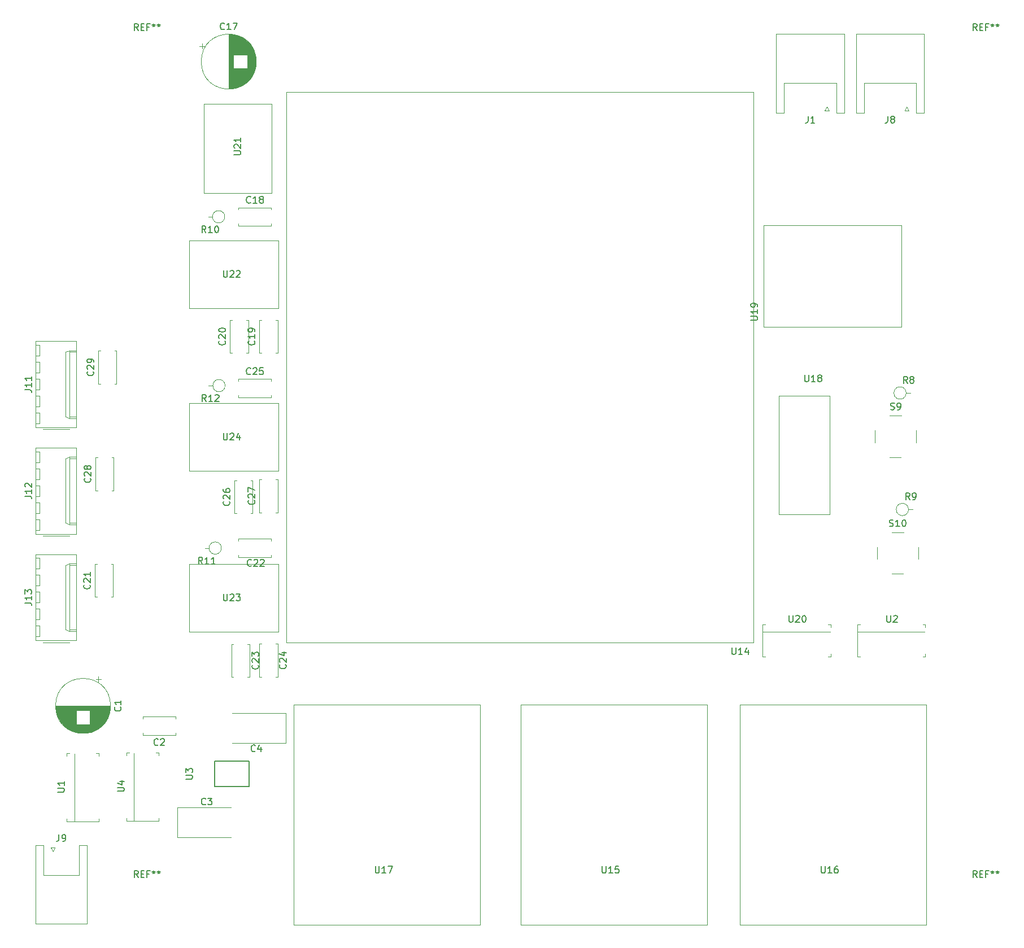
<source format=gbr>
G04 #@! TF.GenerationSoftware,KiCad,Pcbnew,(5.1.2)-2*
G04 #@! TF.CreationDate,2022-11-30T20:04:11+09:00*
G04 #@! TF.ProjectId,MCU_MotherBoard,4d43555f-4d6f-4746-9865-72426f617264,rev?*
G04 #@! TF.SameCoordinates,Original*
G04 #@! TF.FileFunction,Legend,Top*
G04 #@! TF.FilePolarity,Positive*
%FSLAX46Y46*%
G04 Gerber Fmt 4.6, Leading zero omitted, Abs format (unit mm)*
G04 Created by KiCad (PCBNEW (5.1.2)-2) date 2022-11-30 20:04:11*
%MOMM*%
%LPD*%
G04 APERTURE LIST*
%ADD10C,0.120000*%
%ADD11C,0.100000*%
%ADD12C,0.150000*%
G04 APERTURE END LIST*
D10*
X136600000Y-29637200D02*
X66600000Y-29637200D01*
X136600000Y-112137200D02*
X136600000Y-29637200D01*
X66600000Y-112137200D02*
X136600000Y-112137200D01*
X66600000Y-29637200D02*
X66600000Y-112137200D01*
D11*
X34803400Y-138983400D02*
X34803400Y-128883400D01*
X38493400Y-128783400D02*
X38093400Y-128783400D01*
X38493400Y-128783400D02*
X38493400Y-129183400D01*
X38493400Y-138983400D02*
X34093400Y-138983400D01*
X38493400Y-138983400D02*
X38493400Y-138583400D01*
X33693400Y-138983400D02*
X34093400Y-138983400D01*
X33693400Y-138983400D02*
X33693400Y-138583400D01*
X33693400Y-129183400D02*
X33693400Y-128783400D01*
X33693400Y-128783400D02*
X34093400Y-128783400D01*
D10*
X66513000Y-122708000D02*
X58453000Y-122708000D01*
X66513000Y-127228000D02*
X66513000Y-122708000D01*
X58453000Y-127228000D02*
X66513000Y-127228000D01*
X50250800Y-141401200D02*
X58310800Y-141401200D01*
X50250800Y-136881200D02*
X50250800Y-141401200D01*
X58310800Y-136881200D02*
X50250800Y-136881200D01*
X38833800Y-117653702D02*
X38033800Y-117653702D01*
X38433800Y-117253702D02*
X38433800Y-118053702D01*
X36651800Y-125744400D02*
X35585800Y-125744400D01*
X36886800Y-125704400D02*
X35350800Y-125704400D01*
X37066800Y-125664400D02*
X35170800Y-125664400D01*
X37216800Y-125624400D02*
X35020800Y-125624400D01*
X37347800Y-125584400D02*
X34889800Y-125584400D01*
X37464800Y-125544400D02*
X34772800Y-125544400D01*
X37571800Y-125504400D02*
X34665800Y-125504400D01*
X37670800Y-125464400D02*
X34566800Y-125464400D01*
X37763800Y-125424400D02*
X34473800Y-125424400D01*
X37849800Y-125384400D02*
X34387800Y-125384400D01*
X37931800Y-125344400D02*
X34305800Y-125344400D01*
X38008800Y-125304400D02*
X34228800Y-125304400D01*
X38082800Y-125264400D02*
X34154800Y-125264400D01*
X38152800Y-125224400D02*
X34084800Y-125224400D01*
X38220800Y-125184400D02*
X34016800Y-125184400D01*
X38284800Y-125144400D02*
X33952800Y-125144400D01*
X38346800Y-125104400D02*
X33890800Y-125104400D01*
X38405800Y-125064400D02*
X33831800Y-125064400D01*
X38463800Y-125024400D02*
X33773800Y-125024400D01*
X38518800Y-124984400D02*
X33718800Y-124984400D01*
X38572800Y-124944400D02*
X33664800Y-124944400D01*
X38623800Y-124904400D02*
X33613800Y-124904400D01*
X38674800Y-124864400D02*
X33562800Y-124864400D01*
X38722800Y-124824400D02*
X33514800Y-124824400D01*
X38769800Y-124784400D02*
X33467800Y-124784400D01*
X38815800Y-124744400D02*
X33421800Y-124744400D01*
X38859800Y-124704400D02*
X33377800Y-124704400D01*
X38902800Y-124664400D02*
X33334800Y-124664400D01*
X38944800Y-124624400D02*
X33292800Y-124624400D01*
X38985800Y-124584400D02*
X33251800Y-124584400D01*
X39025800Y-124544400D02*
X33211800Y-124544400D01*
X39063800Y-124504400D02*
X33173800Y-124504400D01*
X39101800Y-124464400D02*
X33135800Y-124464400D01*
X35078800Y-124424400D02*
X33099800Y-124424400D01*
X39137800Y-124424400D02*
X37158800Y-124424400D01*
X35078800Y-124384400D02*
X33063800Y-124384400D01*
X39173800Y-124384400D02*
X37158800Y-124384400D01*
X35078800Y-124344400D02*
X33028800Y-124344400D01*
X39208800Y-124344400D02*
X37158800Y-124344400D01*
X35078800Y-124304400D02*
X32994800Y-124304400D01*
X39242800Y-124304400D02*
X37158800Y-124304400D01*
X35078800Y-124264400D02*
X32962800Y-124264400D01*
X39274800Y-124264400D02*
X37158800Y-124264400D01*
X35078800Y-124224400D02*
X32929800Y-124224400D01*
X39307800Y-124224400D02*
X37158800Y-124224400D01*
X35078800Y-124184400D02*
X32898800Y-124184400D01*
X39338800Y-124184400D02*
X37158800Y-124184400D01*
X35078800Y-124144400D02*
X32868800Y-124144400D01*
X39368800Y-124144400D02*
X37158800Y-124144400D01*
X35078800Y-124104400D02*
X32838800Y-124104400D01*
X39398800Y-124104400D02*
X37158800Y-124104400D01*
X35078800Y-124064400D02*
X32809800Y-124064400D01*
X39427800Y-124064400D02*
X37158800Y-124064400D01*
X35078800Y-124024400D02*
X32780800Y-124024400D01*
X39456800Y-124024400D02*
X37158800Y-124024400D01*
X35078800Y-123984400D02*
X32753800Y-123984400D01*
X39483800Y-123984400D02*
X37158800Y-123984400D01*
X35078800Y-123944400D02*
X32726800Y-123944400D01*
X39510800Y-123944400D02*
X37158800Y-123944400D01*
X35078800Y-123904400D02*
X32700800Y-123904400D01*
X39536800Y-123904400D02*
X37158800Y-123904400D01*
X35078800Y-123864400D02*
X32674800Y-123864400D01*
X39562800Y-123864400D02*
X37158800Y-123864400D01*
X35078800Y-123824400D02*
X32649800Y-123824400D01*
X39587800Y-123824400D02*
X37158800Y-123824400D01*
X35078800Y-123784400D02*
X32625800Y-123784400D01*
X39611800Y-123784400D02*
X37158800Y-123784400D01*
X35078800Y-123744400D02*
X32601800Y-123744400D01*
X39635800Y-123744400D02*
X37158800Y-123744400D01*
X35078800Y-123704400D02*
X32578800Y-123704400D01*
X39658800Y-123704400D02*
X37158800Y-123704400D01*
X35078800Y-123664400D02*
X32556800Y-123664400D01*
X39680800Y-123664400D02*
X37158800Y-123664400D01*
X35078800Y-123624400D02*
X32534800Y-123624400D01*
X39702800Y-123624400D02*
X37158800Y-123624400D01*
X35078800Y-123584400D02*
X32512800Y-123584400D01*
X39724800Y-123584400D02*
X37158800Y-123584400D01*
X35078800Y-123544400D02*
X32491800Y-123544400D01*
X39745800Y-123544400D02*
X37158800Y-123544400D01*
X35078800Y-123504400D02*
X32471800Y-123504400D01*
X39765800Y-123504400D02*
X37158800Y-123504400D01*
X35078800Y-123464400D02*
X32452800Y-123464400D01*
X39784800Y-123464400D02*
X37158800Y-123464400D01*
X35078800Y-123424400D02*
X32432800Y-123424400D01*
X39804800Y-123424400D02*
X37158800Y-123424400D01*
X35078800Y-123384400D02*
X32414800Y-123384400D01*
X39822800Y-123384400D02*
X37158800Y-123384400D01*
X35078800Y-123344400D02*
X32396800Y-123344400D01*
X39840800Y-123344400D02*
X37158800Y-123344400D01*
X35078800Y-123304400D02*
X32378800Y-123304400D01*
X39858800Y-123304400D02*
X37158800Y-123304400D01*
X35078800Y-123264400D02*
X32361800Y-123264400D01*
X39875800Y-123264400D02*
X37158800Y-123264400D01*
X35078800Y-123224400D02*
X32344800Y-123224400D01*
X39892800Y-123224400D02*
X37158800Y-123224400D01*
X35078800Y-123184400D02*
X32328800Y-123184400D01*
X39908800Y-123184400D02*
X37158800Y-123184400D01*
X35078800Y-123144400D02*
X32313800Y-123144400D01*
X39923800Y-123144400D02*
X37158800Y-123144400D01*
X35078800Y-123104400D02*
X32297800Y-123104400D01*
X39939800Y-123104400D02*
X37158800Y-123104400D01*
X35078800Y-123064400D02*
X32283800Y-123064400D01*
X39953800Y-123064400D02*
X37158800Y-123064400D01*
X35078800Y-123024400D02*
X32268800Y-123024400D01*
X39968800Y-123024400D02*
X37158800Y-123024400D01*
X35078800Y-122984400D02*
X32255800Y-122984400D01*
X39981800Y-122984400D02*
X37158800Y-122984400D01*
X35078800Y-122944400D02*
X32241800Y-122944400D01*
X39995800Y-122944400D02*
X37158800Y-122944400D01*
X35078800Y-122904400D02*
X32229800Y-122904400D01*
X40007800Y-122904400D02*
X37158800Y-122904400D01*
X35078800Y-122864400D02*
X32216800Y-122864400D01*
X40020800Y-122864400D02*
X37158800Y-122864400D01*
X35078800Y-122824400D02*
X32204800Y-122824400D01*
X40032800Y-122824400D02*
X37158800Y-122824400D01*
X35078800Y-122784400D02*
X32193800Y-122784400D01*
X40043800Y-122784400D02*
X37158800Y-122784400D01*
X35078800Y-122744400D02*
X32182800Y-122744400D01*
X40054800Y-122744400D02*
X37158800Y-122744400D01*
X35078800Y-122704400D02*
X32171800Y-122704400D01*
X40065800Y-122704400D02*
X37158800Y-122704400D01*
X35078800Y-122664400D02*
X32161800Y-122664400D01*
X40075800Y-122664400D02*
X37158800Y-122664400D01*
X35078800Y-122624400D02*
X32151800Y-122624400D01*
X40085800Y-122624400D02*
X37158800Y-122624400D01*
X35078800Y-122584400D02*
X32142800Y-122584400D01*
X40094800Y-122584400D02*
X37158800Y-122584400D01*
X35078800Y-122544400D02*
X32133800Y-122544400D01*
X40103800Y-122544400D02*
X37158800Y-122544400D01*
X35078800Y-122504400D02*
X32124800Y-122504400D01*
X40112800Y-122504400D02*
X37158800Y-122504400D01*
X35078800Y-122464400D02*
X32116800Y-122464400D01*
X40120800Y-122464400D02*
X37158800Y-122464400D01*
X35078800Y-122424400D02*
X32108800Y-122424400D01*
X40128800Y-122424400D02*
X37158800Y-122424400D01*
X35078800Y-122384400D02*
X32101800Y-122384400D01*
X40135800Y-122384400D02*
X37158800Y-122384400D01*
X40142800Y-122343400D02*
X32094800Y-122343400D01*
X40148800Y-122303400D02*
X32088800Y-122303400D01*
X40155800Y-122263400D02*
X32081800Y-122263400D01*
X40160800Y-122223400D02*
X32076800Y-122223400D01*
X40166800Y-122183400D02*
X32070800Y-122183400D01*
X40170800Y-122143400D02*
X32066800Y-122143400D01*
X40175800Y-122103400D02*
X32061800Y-122103400D01*
X40179800Y-122063400D02*
X32057800Y-122063400D01*
X40183800Y-122023400D02*
X32053800Y-122023400D01*
X40186800Y-121983400D02*
X32050800Y-121983400D01*
X40189800Y-121943400D02*
X32047800Y-121943400D01*
X40192800Y-121903400D02*
X32044800Y-121903400D01*
X40194800Y-121863400D02*
X32042800Y-121863400D01*
X40195800Y-121823400D02*
X32041800Y-121823400D01*
X40197800Y-121783400D02*
X32039800Y-121783400D01*
X40198800Y-121743400D02*
X32038800Y-121743400D01*
X40198800Y-121703400D02*
X32038800Y-121703400D01*
X40198800Y-121663400D02*
X32038800Y-121663400D01*
X40238800Y-121663400D02*
G75*
G03X40238800Y-121663400I-4120000J0D01*
G01*
X50008000Y-126007800D02*
X45068000Y-126007800D01*
X50008000Y-123267800D02*
X45068000Y-123267800D01*
X50008000Y-126007800D02*
X50008000Y-125692800D01*
X50008000Y-123582800D02*
X50008000Y-123267800D01*
X45068000Y-126007800D02*
X45068000Y-125692800D01*
X45068000Y-123582800D02*
X45068000Y-123267800D01*
X53950502Y-22329400D02*
X53950502Y-23129400D01*
X53550502Y-22729400D02*
X54350502Y-22729400D01*
X62041200Y-24511400D02*
X62041200Y-25577400D01*
X62001200Y-24276400D02*
X62001200Y-25812400D01*
X61961200Y-24096400D02*
X61961200Y-25992400D01*
X61921200Y-23946400D02*
X61921200Y-26142400D01*
X61881200Y-23815400D02*
X61881200Y-26273400D01*
X61841200Y-23698400D02*
X61841200Y-26390400D01*
X61801200Y-23591400D02*
X61801200Y-26497400D01*
X61761200Y-23492400D02*
X61761200Y-26596400D01*
X61721200Y-23399400D02*
X61721200Y-26689400D01*
X61681200Y-23313400D02*
X61681200Y-26775400D01*
X61641200Y-23231400D02*
X61641200Y-26857400D01*
X61601200Y-23154400D02*
X61601200Y-26934400D01*
X61561200Y-23080400D02*
X61561200Y-27008400D01*
X61521200Y-23010400D02*
X61521200Y-27078400D01*
X61481200Y-22942400D02*
X61481200Y-27146400D01*
X61441200Y-22878400D02*
X61441200Y-27210400D01*
X61401200Y-22816400D02*
X61401200Y-27272400D01*
X61361200Y-22757400D02*
X61361200Y-27331400D01*
X61321200Y-22699400D02*
X61321200Y-27389400D01*
X61281200Y-22644400D02*
X61281200Y-27444400D01*
X61241200Y-22590400D02*
X61241200Y-27498400D01*
X61201200Y-22539400D02*
X61201200Y-27549400D01*
X61161200Y-22488400D02*
X61161200Y-27600400D01*
X61121200Y-22440400D02*
X61121200Y-27648400D01*
X61081200Y-22393400D02*
X61081200Y-27695400D01*
X61041200Y-22347400D02*
X61041200Y-27741400D01*
X61001200Y-22303400D02*
X61001200Y-27785400D01*
X60961200Y-22260400D02*
X60961200Y-27828400D01*
X60921200Y-22218400D02*
X60921200Y-27870400D01*
X60881200Y-22177400D02*
X60881200Y-27911400D01*
X60841200Y-22137400D02*
X60841200Y-27951400D01*
X60801200Y-22099400D02*
X60801200Y-27989400D01*
X60761200Y-22061400D02*
X60761200Y-28027400D01*
X60721200Y-26084400D02*
X60721200Y-28063400D01*
X60721200Y-22025400D02*
X60721200Y-24004400D01*
X60681200Y-26084400D02*
X60681200Y-28099400D01*
X60681200Y-21989400D02*
X60681200Y-24004400D01*
X60641200Y-26084400D02*
X60641200Y-28134400D01*
X60641200Y-21954400D02*
X60641200Y-24004400D01*
X60601200Y-26084400D02*
X60601200Y-28168400D01*
X60601200Y-21920400D02*
X60601200Y-24004400D01*
X60561200Y-26084400D02*
X60561200Y-28200400D01*
X60561200Y-21888400D02*
X60561200Y-24004400D01*
X60521200Y-26084400D02*
X60521200Y-28233400D01*
X60521200Y-21855400D02*
X60521200Y-24004400D01*
X60481200Y-26084400D02*
X60481200Y-28264400D01*
X60481200Y-21824400D02*
X60481200Y-24004400D01*
X60441200Y-26084400D02*
X60441200Y-28294400D01*
X60441200Y-21794400D02*
X60441200Y-24004400D01*
X60401200Y-26084400D02*
X60401200Y-28324400D01*
X60401200Y-21764400D02*
X60401200Y-24004400D01*
X60361200Y-26084400D02*
X60361200Y-28353400D01*
X60361200Y-21735400D02*
X60361200Y-24004400D01*
X60321200Y-26084400D02*
X60321200Y-28382400D01*
X60321200Y-21706400D02*
X60321200Y-24004400D01*
X60281200Y-26084400D02*
X60281200Y-28409400D01*
X60281200Y-21679400D02*
X60281200Y-24004400D01*
X60241200Y-26084400D02*
X60241200Y-28436400D01*
X60241200Y-21652400D02*
X60241200Y-24004400D01*
X60201200Y-26084400D02*
X60201200Y-28462400D01*
X60201200Y-21626400D02*
X60201200Y-24004400D01*
X60161200Y-26084400D02*
X60161200Y-28488400D01*
X60161200Y-21600400D02*
X60161200Y-24004400D01*
X60121200Y-26084400D02*
X60121200Y-28513400D01*
X60121200Y-21575400D02*
X60121200Y-24004400D01*
X60081200Y-26084400D02*
X60081200Y-28537400D01*
X60081200Y-21551400D02*
X60081200Y-24004400D01*
X60041200Y-26084400D02*
X60041200Y-28561400D01*
X60041200Y-21527400D02*
X60041200Y-24004400D01*
X60001200Y-26084400D02*
X60001200Y-28584400D01*
X60001200Y-21504400D02*
X60001200Y-24004400D01*
X59961200Y-26084400D02*
X59961200Y-28606400D01*
X59961200Y-21482400D02*
X59961200Y-24004400D01*
X59921200Y-26084400D02*
X59921200Y-28628400D01*
X59921200Y-21460400D02*
X59921200Y-24004400D01*
X59881200Y-26084400D02*
X59881200Y-28650400D01*
X59881200Y-21438400D02*
X59881200Y-24004400D01*
X59841200Y-26084400D02*
X59841200Y-28671400D01*
X59841200Y-21417400D02*
X59841200Y-24004400D01*
X59801200Y-26084400D02*
X59801200Y-28691400D01*
X59801200Y-21397400D02*
X59801200Y-24004400D01*
X59761200Y-26084400D02*
X59761200Y-28710400D01*
X59761200Y-21378400D02*
X59761200Y-24004400D01*
X59721200Y-26084400D02*
X59721200Y-28730400D01*
X59721200Y-21358400D02*
X59721200Y-24004400D01*
X59681200Y-26084400D02*
X59681200Y-28748400D01*
X59681200Y-21340400D02*
X59681200Y-24004400D01*
X59641200Y-26084400D02*
X59641200Y-28766400D01*
X59641200Y-21322400D02*
X59641200Y-24004400D01*
X59601200Y-26084400D02*
X59601200Y-28784400D01*
X59601200Y-21304400D02*
X59601200Y-24004400D01*
X59561200Y-26084400D02*
X59561200Y-28801400D01*
X59561200Y-21287400D02*
X59561200Y-24004400D01*
X59521200Y-26084400D02*
X59521200Y-28818400D01*
X59521200Y-21270400D02*
X59521200Y-24004400D01*
X59481200Y-26084400D02*
X59481200Y-28834400D01*
X59481200Y-21254400D02*
X59481200Y-24004400D01*
X59441200Y-26084400D02*
X59441200Y-28849400D01*
X59441200Y-21239400D02*
X59441200Y-24004400D01*
X59401200Y-26084400D02*
X59401200Y-28865400D01*
X59401200Y-21223400D02*
X59401200Y-24004400D01*
X59361200Y-26084400D02*
X59361200Y-28879400D01*
X59361200Y-21209400D02*
X59361200Y-24004400D01*
X59321200Y-26084400D02*
X59321200Y-28894400D01*
X59321200Y-21194400D02*
X59321200Y-24004400D01*
X59281200Y-26084400D02*
X59281200Y-28907400D01*
X59281200Y-21181400D02*
X59281200Y-24004400D01*
X59241200Y-26084400D02*
X59241200Y-28921400D01*
X59241200Y-21167400D02*
X59241200Y-24004400D01*
X59201200Y-26084400D02*
X59201200Y-28933400D01*
X59201200Y-21155400D02*
X59201200Y-24004400D01*
X59161200Y-26084400D02*
X59161200Y-28946400D01*
X59161200Y-21142400D02*
X59161200Y-24004400D01*
X59121200Y-26084400D02*
X59121200Y-28958400D01*
X59121200Y-21130400D02*
X59121200Y-24004400D01*
X59081200Y-26084400D02*
X59081200Y-28969400D01*
X59081200Y-21119400D02*
X59081200Y-24004400D01*
X59041200Y-26084400D02*
X59041200Y-28980400D01*
X59041200Y-21108400D02*
X59041200Y-24004400D01*
X59001200Y-26084400D02*
X59001200Y-28991400D01*
X59001200Y-21097400D02*
X59001200Y-24004400D01*
X58961200Y-26084400D02*
X58961200Y-29001400D01*
X58961200Y-21087400D02*
X58961200Y-24004400D01*
X58921200Y-26084400D02*
X58921200Y-29011400D01*
X58921200Y-21077400D02*
X58921200Y-24004400D01*
X58881200Y-26084400D02*
X58881200Y-29020400D01*
X58881200Y-21068400D02*
X58881200Y-24004400D01*
X58841200Y-26084400D02*
X58841200Y-29029400D01*
X58841200Y-21059400D02*
X58841200Y-24004400D01*
X58801200Y-26084400D02*
X58801200Y-29038400D01*
X58801200Y-21050400D02*
X58801200Y-24004400D01*
X58761200Y-26084400D02*
X58761200Y-29046400D01*
X58761200Y-21042400D02*
X58761200Y-24004400D01*
X58721200Y-26084400D02*
X58721200Y-29054400D01*
X58721200Y-21034400D02*
X58721200Y-24004400D01*
X58681200Y-26084400D02*
X58681200Y-29061400D01*
X58681200Y-21027400D02*
X58681200Y-24004400D01*
X58640200Y-21020400D02*
X58640200Y-29068400D01*
X58600200Y-21014400D02*
X58600200Y-29074400D01*
X58560200Y-21007400D02*
X58560200Y-29081400D01*
X58520200Y-21002400D02*
X58520200Y-29086400D01*
X58480200Y-20996400D02*
X58480200Y-29092400D01*
X58440200Y-20992400D02*
X58440200Y-29096400D01*
X58400200Y-20987400D02*
X58400200Y-29101400D01*
X58360200Y-20983400D02*
X58360200Y-29105400D01*
X58320200Y-20979400D02*
X58320200Y-29109400D01*
X58280200Y-20976400D02*
X58280200Y-29112400D01*
X58240200Y-20973400D02*
X58240200Y-29115400D01*
X58200200Y-20970400D02*
X58200200Y-29118400D01*
X58160200Y-20968400D02*
X58160200Y-29120400D01*
X58120200Y-20967400D02*
X58120200Y-29121400D01*
X58080200Y-20965400D02*
X58080200Y-29123400D01*
X58040200Y-20964400D02*
X58040200Y-29124400D01*
X58000200Y-20964400D02*
X58000200Y-29124400D01*
X57960200Y-20964400D02*
X57960200Y-29124400D01*
X62080200Y-25044400D02*
G75*
G03X62080200Y-25044400I-4120000J0D01*
G01*
X59406500Y-46940800D02*
X64346500Y-46940800D01*
X59406500Y-49680800D02*
X64346500Y-49680800D01*
X59406500Y-46940800D02*
X59406500Y-47255800D01*
X59406500Y-49365800D02*
X59406500Y-49680800D01*
X64346500Y-46940800D02*
X64346500Y-47255800D01*
X64346500Y-49365800D02*
X64346500Y-49680800D01*
X62556500Y-68753200D02*
X62556500Y-63813200D01*
X65296500Y-68753200D02*
X65296500Y-63813200D01*
X62556500Y-68753200D02*
X62871500Y-68753200D01*
X64981500Y-68753200D02*
X65296500Y-68753200D01*
X62556500Y-63813200D02*
X62871500Y-63813200D01*
X64981500Y-63813200D02*
X65296500Y-63813200D01*
X60567200Y-63813200D02*
X60882200Y-63813200D01*
X58142200Y-63813200D02*
X58457200Y-63813200D01*
X60567200Y-68753200D02*
X60882200Y-68753200D01*
X58142200Y-68753200D02*
X58457200Y-68753200D01*
X60882200Y-68753200D02*
X60882200Y-63813200D01*
X58142200Y-68753200D02*
X58142200Y-63813200D01*
X40323400Y-100389200D02*
X40638400Y-100389200D01*
X37898400Y-100389200D02*
X38213400Y-100389200D01*
X40323400Y-105329200D02*
X40638400Y-105329200D01*
X37898400Y-105329200D02*
X38213400Y-105329200D01*
X40638400Y-105329200D02*
X40638400Y-100389200D01*
X37898400Y-105329200D02*
X37898400Y-100389200D01*
X59406500Y-96623200D02*
X64346500Y-96623200D01*
X59406500Y-99363200D02*
X64346500Y-99363200D01*
X59406500Y-96623200D02*
X59406500Y-96938200D01*
X59406500Y-99048200D02*
X59406500Y-99363200D01*
X64346500Y-96623200D02*
X64346500Y-96938200D01*
X64346500Y-99048200D02*
X64346500Y-99363200D01*
X58345400Y-117343400D02*
X58345400Y-112403400D01*
X61085400Y-117343400D02*
X61085400Y-112403400D01*
X58345400Y-117343400D02*
X58660400Y-117343400D01*
X60770400Y-117343400D02*
X61085400Y-117343400D01*
X58345400Y-112403400D02*
X58660400Y-112403400D01*
X60770400Y-112403400D02*
X61085400Y-112403400D01*
X64981500Y-112352600D02*
X65296500Y-112352600D01*
X62556500Y-112352600D02*
X62871500Y-112352600D01*
X64981500Y-117292600D02*
X65296500Y-117292600D01*
X62556500Y-117292600D02*
X62871500Y-117292600D01*
X65296500Y-117292600D02*
X65296500Y-112352600D01*
X62556500Y-117292600D02*
X62556500Y-112352600D01*
X59406500Y-72645600D02*
X64346500Y-72645600D01*
X59406500Y-75385600D02*
X64346500Y-75385600D01*
X59406500Y-72645600D02*
X59406500Y-72960600D01*
X59406500Y-75070600D02*
X59406500Y-75385600D01*
X64346500Y-72645600D02*
X64346500Y-72960600D01*
X64346500Y-75070600D02*
X64346500Y-75385600D01*
X58802600Y-92807000D02*
X58802600Y-87867000D01*
X61542600Y-92807000D02*
X61542600Y-87867000D01*
X58802600Y-92807000D02*
X59117600Y-92807000D01*
X61227600Y-92807000D02*
X61542600Y-92807000D01*
X58802600Y-87867000D02*
X59117600Y-87867000D01*
X61227600Y-87867000D02*
X61542600Y-87867000D01*
X64981500Y-87714600D02*
X65296500Y-87714600D01*
X62556500Y-87714600D02*
X62871500Y-87714600D01*
X64981500Y-92654600D02*
X65296500Y-92654600D01*
X62556500Y-92654600D02*
X62871500Y-92654600D01*
X65296500Y-92654600D02*
X65296500Y-87714600D01*
X62556500Y-92654600D02*
X62556500Y-87714600D01*
X40399600Y-84412600D02*
X40714600Y-84412600D01*
X37974600Y-84412600D02*
X38289600Y-84412600D01*
X40399600Y-89352600D02*
X40714600Y-89352600D01*
X37974600Y-89352600D02*
X38289600Y-89352600D01*
X40714600Y-89352600D02*
X40714600Y-84412600D01*
X37974600Y-89352600D02*
X37974600Y-84412600D01*
X40831400Y-68410600D02*
X41146400Y-68410600D01*
X38406400Y-68410600D02*
X38721400Y-68410600D01*
X40831400Y-73350600D02*
X41146400Y-73350600D01*
X38406400Y-73350600D02*
X38721400Y-73350600D01*
X41146400Y-73350600D02*
X41146400Y-68410600D01*
X38406400Y-73350600D02*
X38406400Y-68410600D01*
X147324800Y-32376800D02*
X147624800Y-31776800D01*
X147924800Y-32376800D02*
X147324800Y-32376800D01*
X147624800Y-31776800D02*
X147924800Y-32376800D01*
X141224800Y-28226800D02*
X145124800Y-28226800D01*
X141224800Y-32726800D02*
X141224800Y-28226800D01*
X140024800Y-32726800D02*
X141224800Y-32726800D01*
X140024800Y-20926800D02*
X140024800Y-32726800D01*
X145124800Y-20926800D02*
X140024800Y-20926800D01*
X149024800Y-28226800D02*
X145124800Y-28226800D01*
X149024800Y-32726800D02*
X149024800Y-28226800D01*
X150224800Y-32726800D02*
X149024800Y-32726800D01*
X150224800Y-20926800D02*
X150224800Y-32726800D01*
X145124800Y-20926800D02*
X150224800Y-20926800D01*
X157088800Y-20926800D02*
X162188800Y-20926800D01*
X162188800Y-20926800D02*
X162188800Y-32726800D01*
X162188800Y-32726800D02*
X160988800Y-32726800D01*
X160988800Y-32726800D02*
X160988800Y-28226800D01*
X160988800Y-28226800D02*
X157088800Y-28226800D01*
X157088800Y-20926800D02*
X151988800Y-20926800D01*
X151988800Y-20926800D02*
X151988800Y-32726800D01*
X151988800Y-32726800D02*
X153188800Y-32726800D01*
X153188800Y-32726800D02*
X153188800Y-28226800D01*
X153188800Y-28226800D02*
X157088800Y-28226800D01*
X159588800Y-31776800D02*
X159888800Y-32376800D01*
X159888800Y-32376800D02*
X159288800Y-32376800D01*
X159288800Y-32376800D02*
X159588800Y-31776800D01*
X32847600Y-154358600D02*
X28997600Y-154358600D01*
X28997600Y-154358600D02*
X28997600Y-142558600D01*
X28997600Y-142558600D02*
X30197600Y-142558600D01*
X30197600Y-142558600D02*
X30197600Y-147058600D01*
X30197600Y-147058600D02*
X32847600Y-147058600D01*
X32847600Y-154358600D02*
X36697600Y-154358600D01*
X36697600Y-154358600D02*
X36697600Y-142558600D01*
X36697600Y-142558600D02*
X35497600Y-142558600D01*
X35497600Y-142558600D02*
X35497600Y-147058600D01*
X35497600Y-147058600D02*
X32847600Y-147058600D01*
X31597600Y-143508600D02*
X31297600Y-142908600D01*
X31297600Y-142908600D02*
X31897600Y-142908600D01*
X31897600Y-142908600D02*
X31597600Y-143508600D01*
X29637600Y-67551400D02*
X29037600Y-67551400D01*
X29637600Y-69151400D02*
X29637600Y-67551400D01*
X29037600Y-69151400D02*
X29637600Y-69151400D01*
X29637600Y-70091400D02*
X29037600Y-70091400D01*
X29637600Y-71691400D02*
X29637600Y-70091400D01*
X29037600Y-71691400D02*
X29637600Y-71691400D01*
X29637600Y-72631400D02*
X29037600Y-72631400D01*
X29637600Y-74231400D02*
X29637600Y-72631400D01*
X29037600Y-74231400D02*
X29637600Y-74231400D01*
X29637600Y-75171400D02*
X29037600Y-75171400D01*
X29637600Y-76771400D02*
X29637600Y-75171400D01*
X29037600Y-76771400D02*
X29637600Y-76771400D01*
X29637600Y-77711400D02*
X29037600Y-77711400D01*
X29637600Y-79311400D02*
X29637600Y-77711400D01*
X29037600Y-79311400D02*
X29637600Y-79311400D01*
X35057600Y-68601400D02*
X34057600Y-68601400D01*
X35057600Y-78261400D02*
X34057600Y-78261400D01*
X33527600Y-68601400D02*
X34057600Y-68351400D01*
X33527600Y-78261400D02*
X33527600Y-68601400D01*
X34057600Y-78511400D02*
X33527600Y-78261400D01*
X34057600Y-68351400D02*
X35057600Y-68351400D01*
X34057600Y-78511400D02*
X34057600Y-68351400D01*
X35057600Y-78511400D02*
X34057600Y-78511400D01*
X30067600Y-80181400D02*
X34067600Y-80181400D01*
X29037600Y-66971400D02*
X29037600Y-79891400D01*
X35057600Y-66971400D02*
X29037600Y-66971400D01*
X35057600Y-79891400D02*
X35057600Y-66971400D01*
X29037600Y-79891400D02*
X35057600Y-79891400D01*
X29037600Y-95868000D02*
X35057600Y-95868000D01*
X35057600Y-95868000D02*
X35057600Y-82948000D01*
X35057600Y-82948000D02*
X29037600Y-82948000D01*
X29037600Y-82948000D02*
X29037600Y-95868000D01*
X30067600Y-96158000D02*
X34067600Y-96158000D01*
X35057600Y-94488000D02*
X34057600Y-94488000D01*
X34057600Y-94488000D02*
X34057600Y-84328000D01*
X34057600Y-84328000D02*
X35057600Y-84328000D01*
X34057600Y-94488000D02*
X33527600Y-94238000D01*
X33527600Y-94238000D02*
X33527600Y-84578000D01*
X33527600Y-84578000D02*
X34057600Y-84328000D01*
X35057600Y-94238000D02*
X34057600Y-94238000D01*
X35057600Y-84578000D02*
X34057600Y-84578000D01*
X29037600Y-95288000D02*
X29637600Y-95288000D01*
X29637600Y-95288000D02*
X29637600Y-93688000D01*
X29637600Y-93688000D02*
X29037600Y-93688000D01*
X29037600Y-92748000D02*
X29637600Y-92748000D01*
X29637600Y-92748000D02*
X29637600Y-91148000D01*
X29637600Y-91148000D02*
X29037600Y-91148000D01*
X29037600Y-90208000D02*
X29637600Y-90208000D01*
X29637600Y-90208000D02*
X29637600Y-88608000D01*
X29637600Y-88608000D02*
X29037600Y-88608000D01*
X29037600Y-87668000D02*
X29637600Y-87668000D01*
X29637600Y-87668000D02*
X29637600Y-86068000D01*
X29637600Y-86068000D02*
X29037600Y-86068000D01*
X29037600Y-85128000D02*
X29637600Y-85128000D01*
X29637600Y-85128000D02*
X29637600Y-83528000D01*
X29637600Y-83528000D02*
X29037600Y-83528000D01*
X29037600Y-111844600D02*
X35057600Y-111844600D01*
X35057600Y-111844600D02*
X35057600Y-98924600D01*
X35057600Y-98924600D02*
X29037600Y-98924600D01*
X29037600Y-98924600D02*
X29037600Y-111844600D01*
X30067600Y-112134600D02*
X34067600Y-112134600D01*
X35057600Y-110464600D02*
X34057600Y-110464600D01*
X34057600Y-110464600D02*
X34057600Y-100304600D01*
X34057600Y-100304600D02*
X35057600Y-100304600D01*
X34057600Y-110464600D02*
X33527600Y-110214600D01*
X33527600Y-110214600D02*
X33527600Y-100554600D01*
X33527600Y-100554600D02*
X34057600Y-100304600D01*
X35057600Y-110214600D02*
X34057600Y-110214600D01*
X35057600Y-100554600D02*
X34057600Y-100554600D01*
X29037600Y-111264600D02*
X29637600Y-111264600D01*
X29637600Y-111264600D02*
X29637600Y-109664600D01*
X29637600Y-109664600D02*
X29037600Y-109664600D01*
X29037600Y-108724600D02*
X29637600Y-108724600D01*
X29637600Y-108724600D02*
X29637600Y-107124600D01*
X29637600Y-107124600D02*
X29037600Y-107124600D01*
X29037600Y-106184600D02*
X29637600Y-106184600D01*
X29637600Y-106184600D02*
X29637600Y-104584600D01*
X29637600Y-104584600D02*
X29037600Y-104584600D01*
X29037600Y-103644600D02*
X29637600Y-103644600D01*
X29637600Y-103644600D02*
X29637600Y-102044600D01*
X29637600Y-102044600D02*
X29037600Y-102044600D01*
X29037600Y-101104600D02*
X29637600Y-101104600D01*
X29637600Y-101104600D02*
X29637600Y-99504600D01*
X29637600Y-99504600D02*
X29037600Y-99504600D01*
X159504900Y-74742040D02*
G75*
G03X159504900Y-74742040I-920000J0D01*
G01*
X159504900Y-74742040D02*
X160124900Y-74742040D01*
X159860500Y-92212160D02*
X160480500Y-92212160D01*
X159860500Y-92212160D02*
G75*
G03X159860500Y-92212160I-920000J0D01*
G01*
X55518800Y-48310800D02*
X54898800Y-48310800D01*
X57358800Y-48310800D02*
G75*
G03X57358800Y-48310800I-920000J0D01*
G01*
X56850800Y-97993200D02*
G75*
G03X56850800Y-97993200I-920000J0D01*
G01*
X55010800Y-97993200D02*
X54390800Y-97993200D01*
X57409600Y-73634600D02*
G75*
G03X57409600Y-73634600I-920000J0D01*
G01*
X55569600Y-73634600D02*
X54949600Y-73634600D01*
D11*
X157036000Y-78165200D02*
X158836000Y-78165200D01*
X154836000Y-81265200D02*
X154836000Y-82165200D01*
X154836000Y-81265200D02*
X154836000Y-80365200D01*
X161036000Y-81265200D02*
X161036000Y-82165200D01*
X161036000Y-81265200D02*
X161036000Y-80365200D01*
X157036000Y-84365200D02*
X158736000Y-84365200D01*
X157317800Y-101870000D02*
X159017800Y-101870000D01*
X161317800Y-98770000D02*
X161317800Y-97870000D01*
X161317800Y-98770000D02*
X161317800Y-99670000D01*
X155117800Y-98770000D02*
X155117800Y-97870000D01*
X155117800Y-98770000D02*
X155117800Y-99670000D01*
X157317800Y-95670000D02*
X159117800Y-95670000D01*
X162388800Y-109461600D02*
X162388800Y-109861600D01*
X161988800Y-109461600D02*
X162388800Y-109461600D01*
X152188800Y-109461600D02*
X152588800Y-109461600D01*
X152188800Y-109461600D02*
X152188800Y-109861600D01*
X152188800Y-114261600D02*
X152588800Y-114261600D01*
X152188800Y-114261600D02*
X152188800Y-109861600D01*
X162388800Y-114261600D02*
X161988800Y-114261600D01*
X162388800Y-114261600D02*
X162388800Y-113861600D01*
X152188800Y-110571600D02*
X162288800Y-110571600D01*
D12*
X55880000Y-133751400D02*
X61030000Y-133751400D01*
X61030000Y-133751400D02*
X61030000Y-129901400D01*
X61030000Y-129901400D02*
X55880000Y-129901400D01*
X55880000Y-129901400D02*
X55880000Y-133701400D01*
D11*
X43769600Y-138881800D02*
X43769600Y-128781800D01*
X47459600Y-128681800D02*
X47059600Y-128681800D01*
X47459600Y-128681800D02*
X47459600Y-129081800D01*
X47459600Y-138881800D02*
X43059600Y-138881800D01*
X47459600Y-138881800D02*
X47459600Y-138481800D01*
X42659600Y-138881800D02*
X43059600Y-138881800D01*
X42659600Y-138881800D02*
X42659600Y-138481800D01*
X42659600Y-129081800D02*
X42659600Y-128681800D01*
X42659600Y-128681800D02*
X43059600Y-128681800D01*
D10*
X129654300Y-154521200D02*
X129654300Y-121501200D01*
X129654300Y-121501200D02*
X101714300Y-121501200D01*
X101714300Y-121501200D02*
X101714300Y-154521200D01*
X101714300Y-154521200D02*
X129654300Y-154521200D01*
X134563800Y-154521200D02*
X162503800Y-154521200D01*
X134563800Y-121501200D02*
X134563800Y-154521200D01*
X162503800Y-121501200D02*
X134563800Y-121501200D01*
X162503800Y-154521200D02*
X162503800Y-121501200D01*
X95656400Y-154521200D02*
X95656400Y-121501200D01*
X95656400Y-121501200D02*
X67716400Y-121501200D01*
X67716400Y-121501200D02*
X67716400Y-154521200D01*
X67716400Y-154521200D02*
X95656400Y-154521200D01*
X140462000Y-75133200D02*
X148082000Y-75133200D01*
X148082000Y-75133200D02*
X148082000Y-92913200D01*
X148082000Y-92913200D02*
X140462000Y-92913200D01*
X140462000Y-92913200D02*
X140462000Y-75133200D01*
X158783000Y-49606200D02*
X138143000Y-49606200D01*
X138143000Y-49606200D02*
X138143000Y-64846200D01*
X138143000Y-64846200D02*
X158783000Y-64846200D01*
X158783000Y-64846200D02*
X158783000Y-49606200D01*
D11*
X148203600Y-109461600D02*
X148203600Y-109861600D01*
X147803600Y-109461600D02*
X148203600Y-109461600D01*
X138003600Y-109461600D02*
X138403600Y-109461600D01*
X138003600Y-109461600D02*
X138003600Y-109861600D01*
X138003600Y-114261600D02*
X138403600Y-114261600D01*
X138003600Y-114261600D02*
X138003600Y-109861600D01*
X148203600Y-114261600D02*
X147803600Y-114261600D01*
X148203600Y-114261600D02*
X148203600Y-113861600D01*
X138003600Y-110571600D02*
X148103600Y-110571600D01*
D10*
X54229000Y-31419800D02*
X64389000Y-31419800D01*
X64389000Y-31419800D02*
X64389000Y-41579800D01*
X54229000Y-41579800D02*
X54229000Y-31419800D01*
X54229000Y-41579800D02*
X54229000Y-44754800D01*
X54229000Y-44754800D02*
X64389000Y-44754800D01*
X64389000Y-44754800D02*
X64389000Y-41579800D01*
X52056500Y-62001400D02*
X52056500Y-51841400D01*
X52056500Y-51841400D02*
X62216500Y-51841400D01*
X62216500Y-62001400D02*
X52056500Y-62001400D01*
X62216500Y-62001400D02*
X65391500Y-62001400D01*
X65391500Y-62001400D02*
X65391500Y-51841400D01*
X65391500Y-51841400D02*
X62216500Y-51841400D01*
X52056500Y-110515400D02*
X52056500Y-100355400D01*
X52056500Y-100355400D02*
X62216500Y-100355400D01*
X62216500Y-110515400D02*
X52056500Y-110515400D01*
X62216500Y-110515400D02*
X65391500Y-110515400D01*
X65391500Y-110515400D02*
X65391500Y-100355400D01*
X65391500Y-100355400D02*
X62216500Y-100355400D01*
X65391500Y-76250800D02*
X62216500Y-76250800D01*
X65391500Y-86410800D02*
X65391500Y-76250800D01*
X62216500Y-86410800D02*
X65391500Y-86410800D01*
X62216500Y-86410800D02*
X52056500Y-86410800D01*
X52056500Y-76250800D02*
X62216500Y-76250800D01*
X52056500Y-86410800D02*
X52056500Y-76250800D01*
D12*
X133381904Y-112939580D02*
X133381904Y-113749104D01*
X133429523Y-113844342D01*
X133477142Y-113891961D01*
X133572380Y-113939580D01*
X133762857Y-113939580D01*
X133858095Y-113891961D01*
X133905714Y-113844342D01*
X133953333Y-113749104D01*
X133953333Y-112939580D01*
X134953333Y-113939580D02*
X134381904Y-113939580D01*
X134667619Y-113939580D02*
X134667619Y-112939580D01*
X134572380Y-113082438D01*
X134477142Y-113177676D01*
X134381904Y-113225295D01*
X135810476Y-113272914D02*
X135810476Y-113939580D01*
X135572380Y-112891961D02*
X135334285Y-113606247D01*
X135953333Y-113606247D01*
X44386666Y-147382380D02*
X44053333Y-146906190D01*
X43815238Y-147382380D02*
X43815238Y-146382380D01*
X44196190Y-146382380D01*
X44291428Y-146430000D01*
X44339047Y-146477619D01*
X44386666Y-146572857D01*
X44386666Y-146715714D01*
X44339047Y-146810952D01*
X44291428Y-146858571D01*
X44196190Y-146906190D01*
X43815238Y-146906190D01*
X44815238Y-146858571D02*
X45148571Y-146858571D01*
X45291428Y-147382380D02*
X44815238Y-147382380D01*
X44815238Y-146382380D01*
X45291428Y-146382380D01*
X46053333Y-146858571D02*
X45720000Y-146858571D01*
X45720000Y-147382380D02*
X45720000Y-146382380D01*
X46196190Y-146382380D01*
X46720000Y-146382380D02*
X46720000Y-146620476D01*
X46481904Y-146525238D02*
X46720000Y-146620476D01*
X46958095Y-146525238D01*
X46577142Y-146810952D02*
X46720000Y-146620476D01*
X46862857Y-146810952D01*
X47481904Y-146382380D02*
X47481904Y-146620476D01*
X47243809Y-146525238D02*
X47481904Y-146620476D01*
X47720000Y-146525238D01*
X47339047Y-146810952D02*
X47481904Y-146620476D01*
X47624761Y-146810952D01*
X44386666Y-20382380D02*
X44053333Y-19906190D01*
X43815238Y-20382380D02*
X43815238Y-19382380D01*
X44196190Y-19382380D01*
X44291428Y-19430000D01*
X44339047Y-19477619D01*
X44386666Y-19572857D01*
X44386666Y-19715714D01*
X44339047Y-19810952D01*
X44291428Y-19858571D01*
X44196190Y-19906190D01*
X43815238Y-19906190D01*
X44815238Y-19858571D02*
X45148571Y-19858571D01*
X45291428Y-20382380D02*
X44815238Y-20382380D01*
X44815238Y-19382380D01*
X45291428Y-19382380D01*
X46053333Y-19858571D02*
X45720000Y-19858571D01*
X45720000Y-20382380D02*
X45720000Y-19382380D01*
X46196190Y-19382380D01*
X46720000Y-19382380D02*
X46720000Y-19620476D01*
X46481904Y-19525238D02*
X46720000Y-19620476D01*
X46958095Y-19525238D01*
X46577142Y-19810952D02*
X46720000Y-19620476D01*
X46862857Y-19810952D01*
X47481904Y-19382380D02*
X47481904Y-19620476D01*
X47243809Y-19525238D02*
X47481904Y-19620476D01*
X47720000Y-19525238D01*
X47339047Y-19810952D02*
X47481904Y-19620476D01*
X47624761Y-19810952D01*
X170116666Y-20382380D02*
X169783333Y-19906190D01*
X169545238Y-20382380D02*
X169545238Y-19382380D01*
X169926190Y-19382380D01*
X170021428Y-19430000D01*
X170069047Y-19477619D01*
X170116666Y-19572857D01*
X170116666Y-19715714D01*
X170069047Y-19810952D01*
X170021428Y-19858571D01*
X169926190Y-19906190D01*
X169545238Y-19906190D01*
X170545238Y-19858571D02*
X170878571Y-19858571D01*
X171021428Y-20382380D02*
X170545238Y-20382380D01*
X170545238Y-19382380D01*
X171021428Y-19382380D01*
X171783333Y-19858571D02*
X171450000Y-19858571D01*
X171450000Y-20382380D02*
X171450000Y-19382380D01*
X171926190Y-19382380D01*
X172450000Y-19382380D02*
X172450000Y-19620476D01*
X172211904Y-19525238D02*
X172450000Y-19620476D01*
X172688095Y-19525238D01*
X172307142Y-19810952D02*
X172450000Y-19620476D01*
X172592857Y-19810952D01*
X173211904Y-19382380D02*
X173211904Y-19620476D01*
X172973809Y-19525238D02*
X173211904Y-19620476D01*
X173450000Y-19525238D01*
X173069047Y-19810952D02*
X173211904Y-19620476D01*
X173354761Y-19810952D01*
X170116666Y-147382380D02*
X169783333Y-146906190D01*
X169545238Y-147382380D02*
X169545238Y-146382380D01*
X169926190Y-146382380D01*
X170021428Y-146430000D01*
X170069047Y-146477619D01*
X170116666Y-146572857D01*
X170116666Y-146715714D01*
X170069047Y-146810952D01*
X170021428Y-146858571D01*
X169926190Y-146906190D01*
X169545238Y-146906190D01*
X170545238Y-146858571D02*
X170878571Y-146858571D01*
X171021428Y-147382380D02*
X170545238Y-147382380D01*
X170545238Y-146382380D01*
X171021428Y-146382380D01*
X171783333Y-146858571D02*
X171450000Y-146858571D01*
X171450000Y-147382380D02*
X171450000Y-146382380D01*
X171926190Y-146382380D01*
X172450000Y-146382380D02*
X172450000Y-146620476D01*
X172211904Y-146525238D02*
X172450000Y-146620476D01*
X172688095Y-146525238D01*
X172307142Y-146810952D02*
X172450000Y-146620476D01*
X172592857Y-146810952D01*
X173211904Y-146382380D02*
X173211904Y-146620476D01*
X172973809Y-146525238D02*
X173211904Y-146620476D01*
X173450000Y-146525238D01*
X173069047Y-146810952D02*
X173211904Y-146620476D01*
X173354761Y-146810952D01*
X32325780Y-134565304D02*
X33135304Y-134565304D01*
X33230542Y-134517685D01*
X33278161Y-134470066D01*
X33325780Y-134374828D01*
X33325780Y-134184352D01*
X33278161Y-134089114D01*
X33230542Y-134041495D01*
X33135304Y-133993876D01*
X32325780Y-133993876D01*
X33325780Y-132993876D02*
X33325780Y-133565304D01*
X33325780Y-133279590D02*
X32325780Y-133279590D01*
X32468638Y-133374828D01*
X32563876Y-133470066D01*
X32611495Y-133565304D01*
X61936333Y-128425142D02*
X61888714Y-128472761D01*
X61745857Y-128520380D01*
X61650619Y-128520380D01*
X61507761Y-128472761D01*
X61412523Y-128377523D01*
X61364904Y-128282285D01*
X61317285Y-128091809D01*
X61317285Y-127948952D01*
X61364904Y-127758476D01*
X61412523Y-127663238D01*
X61507761Y-127568000D01*
X61650619Y-127520380D01*
X61745857Y-127520380D01*
X61888714Y-127568000D01*
X61936333Y-127615619D01*
X62793476Y-127853714D02*
X62793476Y-128520380D01*
X62555380Y-127472761D02*
X62317285Y-128187047D01*
X62936333Y-128187047D01*
X54494133Y-136398342D02*
X54446514Y-136445961D01*
X54303657Y-136493580D01*
X54208419Y-136493580D01*
X54065561Y-136445961D01*
X53970323Y-136350723D01*
X53922704Y-136255485D01*
X53875085Y-136065009D01*
X53875085Y-135922152D01*
X53922704Y-135731676D01*
X53970323Y-135636438D01*
X54065561Y-135541200D01*
X54208419Y-135493580D01*
X54303657Y-135493580D01*
X54446514Y-135541200D01*
X54494133Y-135588819D01*
X54827466Y-135493580D02*
X55446514Y-135493580D01*
X55113180Y-135874533D01*
X55256038Y-135874533D01*
X55351276Y-135922152D01*
X55398895Y-135969771D01*
X55446514Y-136065009D01*
X55446514Y-136303104D01*
X55398895Y-136398342D01*
X55351276Y-136445961D01*
X55256038Y-136493580D01*
X54970323Y-136493580D01*
X54875085Y-136445961D01*
X54827466Y-136398342D01*
X41725942Y-121830066D02*
X41773561Y-121877685D01*
X41821180Y-122020542D01*
X41821180Y-122115780D01*
X41773561Y-122258638D01*
X41678323Y-122353876D01*
X41583085Y-122401495D01*
X41392609Y-122449114D01*
X41249752Y-122449114D01*
X41059276Y-122401495D01*
X40964038Y-122353876D01*
X40868800Y-122258638D01*
X40821180Y-122115780D01*
X40821180Y-122020542D01*
X40868800Y-121877685D01*
X40916419Y-121830066D01*
X41821180Y-120877685D02*
X41821180Y-121449114D01*
X41821180Y-121163400D02*
X40821180Y-121163400D01*
X40964038Y-121258638D01*
X41059276Y-121353876D01*
X41106895Y-121449114D01*
X47371333Y-127494942D02*
X47323714Y-127542561D01*
X47180857Y-127590180D01*
X47085619Y-127590180D01*
X46942761Y-127542561D01*
X46847523Y-127447323D01*
X46799904Y-127352085D01*
X46752285Y-127161609D01*
X46752285Y-127018752D01*
X46799904Y-126828276D01*
X46847523Y-126733038D01*
X46942761Y-126637800D01*
X47085619Y-126590180D01*
X47180857Y-126590180D01*
X47323714Y-126637800D01*
X47371333Y-126685419D01*
X47752285Y-126685419D02*
X47799904Y-126637800D01*
X47895142Y-126590180D01*
X48133238Y-126590180D01*
X48228476Y-126637800D01*
X48276095Y-126685419D01*
X48323714Y-126780657D01*
X48323714Y-126875895D01*
X48276095Y-127018752D01*
X47704666Y-127590180D01*
X48323714Y-127590180D01*
X57317342Y-20151542D02*
X57269723Y-20199161D01*
X57126866Y-20246780D01*
X57031628Y-20246780D01*
X56888771Y-20199161D01*
X56793533Y-20103923D01*
X56745914Y-20008685D01*
X56698295Y-19818209D01*
X56698295Y-19675352D01*
X56745914Y-19484876D01*
X56793533Y-19389638D01*
X56888771Y-19294400D01*
X57031628Y-19246780D01*
X57126866Y-19246780D01*
X57269723Y-19294400D01*
X57317342Y-19342019D01*
X58269723Y-20246780D02*
X57698295Y-20246780D01*
X57984009Y-20246780D02*
X57984009Y-19246780D01*
X57888771Y-19389638D01*
X57793533Y-19484876D01*
X57698295Y-19532495D01*
X58603057Y-19246780D02*
X59269723Y-19246780D01*
X58841152Y-20246780D01*
X61233642Y-46167942D02*
X61186023Y-46215561D01*
X61043166Y-46263180D01*
X60947928Y-46263180D01*
X60805071Y-46215561D01*
X60709833Y-46120323D01*
X60662214Y-46025085D01*
X60614595Y-45834609D01*
X60614595Y-45691752D01*
X60662214Y-45501276D01*
X60709833Y-45406038D01*
X60805071Y-45310800D01*
X60947928Y-45263180D01*
X61043166Y-45263180D01*
X61186023Y-45310800D01*
X61233642Y-45358419D01*
X62186023Y-46263180D02*
X61614595Y-46263180D01*
X61900309Y-46263180D02*
X61900309Y-45263180D01*
X61805071Y-45406038D01*
X61709833Y-45501276D01*
X61614595Y-45548895D01*
X62757452Y-45691752D02*
X62662214Y-45644133D01*
X62614595Y-45596514D01*
X62566976Y-45501276D01*
X62566976Y-45453657D01*
X62614595Y-45358419D01*
X62662214Y-45310800D01*
X62757452Y-45263180D01*
X62947928Y-45263180D01*
X63043166Y-45310800D01*
X63090785Y-45358419D01*
X63138404Y-45453657D01*
X63138404Y-45501276D01*
X63090785Y-45596514D01*
X63043166Y-45644133D01*
X62947928Y-45691752D01*
X62757452Y-45691752D01*
X62662214Y-45739371D01*
X62614595Y-45786990D01*
X62566976Y-45882228D01*
X62566976Y-46072704D01*
X62614595Y-46167942D01*
X62662214Y-46215561D01*
X62757452Y-46263180D01*
X62947928Y-46263180D01*
X63043166Y-46215561D01*
X63090785Y-46167942D01*
X63138404Y-46072704D01*
X63138404Y-45882228D01*
X63090785Y-45786990D01*
X63043166Y-45739371D01*
X62947928Y-45691752D01*
X61783642Y-66926057D02*
X61831261Y-66973676D01*
X61878880Y-67116533D01*
X61878880Y-67211771D01*
X61831261Y-67354628D01*
X61736023Y-67449866D01*
X61640785Y-67497485D01*
X61450309Y-67545104D01*
X61307452Y-67545104D01*
X61116976Y-67497485D01*
X61021738Y-67449866D01*
X60926500Y-67354628D01*
X60878880Y-67211771D01*
X60878880Y-67116533D01*
X60926500Y-66973676D01*
X60974119Y-66926057D01*
X61878880Y-65973676D02*
X61878880Y-66545104D01*
X61878880Y-66259390D02*
X60878880Y-66259390D01*
X61021738Y-66354628D01*
X61116976Y-66449866D01*
X61164595Y-66545104D01*
X61878880Y-65497485D02*
X61878880Y-65307009D01*
X61831261Y-65211771D01*
X61783642Y-65164152D01*
X61640785Y-65068914D01*
X61450309Y-65021295D01*
X61069357Y-65021295D01*
X60974119Y-65068914D01*
X60926500Y-65116533D01*
X60878880Y-65211771D01*
X60878880Y-65402247D01*
X60926500Y-65497485D01*
X60974119Y-65545104D01*
X61069357Y-65592723D01*
X61307452Y-65592723D01*
X61402690Y-65545104D01*
X61450309Y-65497485D01*
X61497928Y-65402247D01*
X61497928Y-65211771D01*
X61450309Y-65116533D01*
X61402690Y-65068914D01*
X61307452Y-65021295D01*
X57369342Y-66926057D02*
X57416961Y-66973676D01*
X57464580Y-67116533D01*
X57464580Y-67211771D01*
X57416961Y-67354628D01*
X57321723Y-67449866D01*
X57226485Y-67497485D01*
X57036009Y-67545104D01*
X56893152Y-67545104D01*
X56702676Y-67497485D01*
X56607438Y-67449866D01*
X56512200Y-67354628D01*
X56464580Y-67211771D01*
X56464580Y-67116533D01*
X56512200Y-66973676D01*
X56559819Y-66926057D01*
X56559819Y-66545104D02*
X56512200Y-66497485D01*
X56464580Y-66402247D01*
X56464580Y-66164152D01*
X56512200Y-66068914D01*
X56559819Y-66021295D01*
X56655057Y-65973676D01*
X56750295Y-65973676D01*
X56893152Y-66021295D01*
X57464580Y-66592723D01*
X57464580Y-65973676D01*
X56464580Y-65354628D02*
X56464580Y-65259390D01*
X56512200Y-65164152D01*
X56559819Y-65116533D01*
X56655057Y-65068914D01*
X56845533Y-65021295D01*
X57083628Y-65021295D01*
X57274104Y-65068914D01*
X57369342Y-65116533D01*
X57416961Y-65164152D01*
X57464580Y-65259390D01*
X57464580Y-65354628D01*
X57416961Y-65449866D01*
X57369342Y-65497485D01*
X57274104Y-65545104D01*
X57083628Y-65592723D01*
X56845533Y-65592723D01*
X56655057Y-65545104D01*
X56559819Y-65497485D01*
X56512200Y-65449866D01*
X56464580Y-65354628D01*
X37125542Y-103502057D02*
X37173161Y-103549676D01*
X37220780Y-103692533D01*
X37220780Y-103787771D01*
X37173161Y-103930628D01*
X37077923Y-104025866D01*
X36982685Y-104073485D01*
X36792209Y-104121104D01*
X36649352Y-104121104D01*
X36458876Y-104073485D01*
X36363638Y-104025866D01*
X36268400Y-103930628D01*
X36220780Y-103787771D01*
X36220780Y-103692533D01*
X36268400Y-103549676D01*
X36316019Y-103502057D01*
X36316019Y-103121104D02*
X36268400Y-103073485D01*
X36220780Y-102978247D01*
X36220780Y-102740152D01*
X36268400Y-102644914D01*
X36316019Y-102597295D01*
X36411257Y-102549676D01*
X36506495Y-102549676D01*
X36649352Y-102597295D01*
X37220780Y-103168723D01*
X37220780Y-102549676D01*
X37220780Y-101597295D02*
X37220780Y-102168723D01*
X37220780Y-101883009D02*
X36220780Y-101883009D01*
X36363638Y-101978247D01*
X36458876Y-102073485D01*
X36506495Y-102168723D01*
X61349842Y-100610942D02*
X61302223Y-100658561D01*
X61159366Y-100706180D01*
X61064128Y-100706180D01*
X60921271Y-100658561D01*
X60826033Y-100563323D01*
X60778414Y-100468085D01*
X60730795Y-100277609D01*
X60730795Y-100134752D01*
X60778414Y-99944276D01*
X60826033Y-99849038D01*
X60921271Y-99753800D01*
X61064128Y-99706180D01*
X61159366Y-99706180D01*
X61302223Y-99753800D01*
X61349842Y-99801419D01*
X61730795Y-99801419D02*
X61778414Y-99753800D01*
X61873652Y-99706180D01*
X62111747Y-99706180D01*
X62206985Y-99753800D01*
X62254604Y-99801419D01*
X62302223Y-99896657D01*
X62302223Y-99991895D01*
X62254604Y-100134752D01*
X61683176Y-100706180D01*
X62302223Y-100706180D01*
X62683176Y-99801419D02*
X62730795Y-99753800D01*
X62826033Y-99706180D01*
X63064128Y-99706180D01*
X63159366Y-99753800D01*
X63206985Y-99801419D01*
X63254604Y-99896657D01*
X63254604Y-99991895D01*
X63206985Y-100134752D01*
X62635557Y-100706180D01*
X63254604Y-100706180D01*
X62333142Y-115516257D02*
X62380761Y-115563876D01*
X62428380Y-115706733D01*
X62428380Y-115801971D01*
X62380761Y-115944828D01*
X62285523Y-116040066D01*
X62190285Y-116087685D01*
X61999809Y-116135304D01*
X61856952Y-116135304D01*
X61666476Y-116087685D01*
X61571238Y-116040066D01*
X61476000Y-115944828D01*
X61428380Y-115801971D01*
X61428380Y-115706733D01*
X61476000Y-115563876D01*
X61523619Y-115516257D01*
X61523619Y-115135304D02*
X61476000Y-115087685D01*
X61428380Y-114992447D01*
X61428380Y-114754352D01*
X61476000Y-114659114D01*
X61523619Y-114611495D01*
X61618857Y-114563876D01*
X61714095Y-114563876D01*
X61856952Y-114611495D01*
X62428380Y-115182923D01*
X62428380Y-114563876D01*
X61428380Y-114230542D02*
X61428380Y-113611495D01*
X61809333Y-113944828D01*
X61809333Y-113801971D01*
X61856952Y-113706733D01*
X61904571Y-113659114D01*
X61999809Y-113611495D01*
X62237904Y-113611495D01*
X62333142Y-113659114D01*
X62380761Y-113706733D01*
X62428380Y-113801971D01*
X62428380Y-114087685D01*
X62380761Y-114182923D01*
X62333142Y-114230542D01*
X66468042Y-115465457D02*
X66515661Y-115513076D01*
X66563280Y-115655933D01*
X66563280Y-115751171D01*
X66515661Y-115894028D01*
X66420423Y-115989266D01*
X66325185Y-116036885D01*
X66134709Y-116084504D01*
X65991852Y-116084504D01*
X65801376Y-116036885D01*
X65706138Y-115989266D01*
X65610900Y-115894028D01*
X65563280Y-115751171D01*
X65563280Y-115655933D01*
X65610900Y-115513076D01*
X65658519Y-115465457D01*
X65658519Y-115084504D02*
X65610900Y-115036885D01*
X65563280Y-114941647D01*
X65563280Y-114703552D01*
X65610900Y-114608314D01*
X65658519Y-114560695D01*
X65753757Y-114513076D01*
X65848995Y-114513076D01*
X65991852Y-114560695D01*
X66563280Y-115132123D01*
X66563280Y-114513076D01*
X65896614Y-113655933D02*
X66563280Y-113655933D01*
X65515661Y-113894028D02*
X66229947Y-114132123D01*
X66229947Y-113513076D01*
X61233642Y-71872742D02*
X61186023Y-71920361D01*
X61043166Y-71967980D01*
X60947928Y-71967980D01*
X60805071Y-71920361D01*
X60709833Y-71825123D01*
X60662214Y-71729885D01*
X60614595Y-71539409D01*
X60614595Y-71396552D01*
X60662214Y-71206076D01*
X60709833Y-71110838D01*
X60805071Y-71015600D01*
X60947928Y-70967980D01*
X61043166Y-70967980D01*
X61186023Y-71015600D01*
X61233642Y-71063219D01*
X61614595Y-71063219D02*
X61662214Y-71015600D01*
X61757452Y-70967980D01*
X61995547Y-70967980D01*
X62090785Y-71015600D01*
X62138404Y-71063219D01*
X62186023Y-71158457D01*
X62186023Y-71253695D01*
X62138404Y-71396552D01*
X61566976Y-71967980D01*
X62186023Y-71967980D01*
X63090785Y-70967980D02*
X62614595Y-70967980D01*
X62566976Y-71444171D01*
X62614595Y-71396552D01*
X62709833Y-71348933D01*
X62947928Y-71348933D01*
X63043166Y-71396552D01*
X63090785Y-71444171D01*
X63138404Y-71539409D01*
X63138404Y-71777504D01*
X63090785Y-71872742D01*
X63043166Y-71920361D01*
X62947928Y-71967980D01*
X62709833Y-71967980D01*
X62614595Y-71920361D01*
X62566976Y-71872742D01*
X58029742Y-90979857D02*
X58077361Y-91027476D01*
X58124980Y-91170333D01*
X58124980Y-91265571D01*
X58077361Y-91408428D01*
X57982123Y-91503666D01*
X57886885Y-91551285D01*
X57696409Y-91598904D01*
X57553552Y-91598904D01*
X57363076Y-91551285D01*
X57267838Y-91503666D01*
X57172600Y-91408428D01*
X57124980Y-91265571D01*
X57124980Y-91170333D01*
X57172600Y-91027476D01*
X57220219Y-90979857D01*
X57220219Y-90598904D02*
X57172600Y-90551285D01*
X57124980Y-90456047D01*
X57124980Y-90217952D01*
X57172600Y-90122714D01*
X57220219Y-90075095D01*
X57315457Y-90027476D01*
X57410695Y-90027476D01*
X57553552Y-90075095D01*
X58124980Y-90646523D01*
X58124980Y-90027476D01*
X57124980Y-89170333D02*
X57124980Y-89360809D01*
X57172600Y-89456047D01*
X57220219Y-89503666D01*
X57363076Y-89598904D01*
X57553552Y-89646523D01*
X57934504Y-89646523D01*
X58029742Y-89598904D01*
X58077361Y-89551285D01*
X58124980Y-89456047D01*
X58124980Y-89265571D01*
X58077361Y-89170333D01*
X58029742Y-89122714D01*
X57934504Y-89075095D01*
X57696409Y-89075095D01*
X57601171Y-89122714D01*
X57553552Y-89170333D01*
X57505933Y-89265571D01*
X57505933Y-89456047D01*
X57553552Y-89551285D01*
X57601171Y-89598904D01*
X57696409Y-89646523D01*
X61783642Y-90827457D02*
X61831261Y-90875076D01*
X61878880Y-91017933D01*
X61878880Y-91113171D01*
X61831261Y-91256028D01*
X61736023Y-91351266D01*
X61640785Y-91398885D01*
X61450309Y-91446504D01*
X61307452Y-91446504D01*
X61116976Y-91398885D01*
X61021738Y-91351266D01*
X60926500Y-91256028D01*
X60878880Y-91113171D01*
X60878880Y-91017933D01*
X60926500Y-90875076D01*
X60974119Y-90827457D01*
X60974119Y-90446504D02*
X60926500Y-90398885D01*
X60878880Y-90303647D01*
X60878880Y-90065552D01*
X60926500Y-89970314D01*
X60974119Y-89922695D01*
X61069357Y-89875076D01*
X61164595Y-89875076D01*
X61307452Y-89922695D01*
X61878880Y-90494123D01*
X61878880Y-89875076D01*
X60878880Y-89541742D02*
X60878880Y-88875076D01*
X61878880Y-89303647D01*
X37201742Y-87525457D02*
X37249361Y-87573076D01*
X37296980Y-87715933D01*
X37296980Y-87811171D01*
X37249361Y-87954028D01*
X37154123Y-88049266D01*
X37058885Y-88096885D01*
X36868409Y-88144504D01*
X36725552Y-88144504D01*
X36535076Y-88096885D01*
X36439838Y-88049266D01*
X36344600Y-87954028D01*
X36296980Y-87811171D01*
X36296980Y-87715933D01*
X36344600Y-87573076D01*
X36392219Y-87525457D01*
X36392219Y-87144504D02*
X36344600Y-87096885D01*
X36296980Y-87001647D01*
X36296980Y-86763552D01*
X36344600Y-86668314D01*
X36392219Y-86620695D01*
X36487457Y-86573076D01*
X36582695Y-86573076D01*
X36725552Y-86620695D01*
X37296980Y-87192123D01*
X37296980Y-86573076D01*
X36725552Y-86001647D02*
X36677933Y-86096885D01*
X36630314Y-86144504D01*
X36535076Y-86192123D01*
X36487457Y-86192123D01*
X36392219Y-86144504D01*
X36344600Y-86096885D01*
X36296980Y-86001647D01*
X36296980Y-85811171D01*
X36344600Y-85715933D01*
X36392219Y-85668314D01*
X36487457Y-85620695D01*
X36535076Y-85620695D01*
X36630314Y-85668314D01*
X36677933Y-85715933D01*
X36725552Y-85811171D01*
X36725552Y-86001647D01*
X36773171Y-86096885D01*
X36820790Y-86144504D01*
X36916028Y-86192123D01*
X37106504Y-86192123D01*
X37201742Y-86144504D01*
X37249361Y-86096885D01*
X37296980Y-86001647D01*
X37296980Y-85811171D01*
X37249361Y-85715933D01*
X37201742Y-85668314D01*
X37106504Y-85620695D01*
X36916028Y-85620695D01*
X36820790Y-85668314D01*
X36773171Y-85715933D01*
X36725552Y-85811171D01*
X37633542Y-71523457D02*
X37681161Y-71571076D01*
X37728780Y-71713933D01*
X37728780Y-71809171D01*
X37681161Y-71952028D01*
X37585923Y-72047266D01*
X37490685Y-72094885D01*
X37300209Y-72142504D01*
X37157352Y-72142504D01*
X36966876Y-72094885D01*
X36871638Y-72047266D01*
X36776400Y-71952028D01*
X36728780Y-71809171D01*
X36728780Y-71713933D01*
X36776400Y-71571076D01*
X36824019Y-71523457D01*
X36824019Y-71142504D02*
X36776400Y-71094885D01*
X36728780Y-70999647D01*
X36728780Y-70761552D01*
X36776400Y-70666314D01*
X36824019Y-70618695D01*
X36919257Y-70571076D01*
X37014495Y-70571076D01*
X37157352Y-70618695D01*
X37728780Y-71190123D01*
X37728780Y-70571076D01*
X37728780Y-70094885D02*
X37728780Y-69904409D01*
X37681161Y-69809171D01*
X37633542Y-69761552D01*
X37490685Y-69666314D01*
X37300209Y-69618695D01*
X36919257Y-69618695D01*
X36824019Y-69666314D01*
X36776400Y-69713933D01*
X36728780Y-69809171D01*
X36728780Y-69999647D01*
X36776400Y-70094885D01*
X36824019Y-70142504D01*
X36919257Y-70190123D01*
X37157352Y-70190123D01*
X37252590Y-70142504D01*
X37300209Y-70094885D01*
X37347828Y-69999647D01*
X37347828Y-69809171D01*
X37300209Y-69713933D01*
X37252590Y-69666314D01*
X37157352Y-69618695D01*
X144791466Y-33229180D02*
X144791466Y-33943466D01*
X144743847Y-34086323D01*
X144648609Y-34181561D01*
X144505752Y-34229180D01*
X144410514Y-34229180D01*
X145791466Y-34229180D02*
X145220038Y-34229180D01*
X145505752Y-34229180D02*
X145505752Y-33229180D01*
X145410514Y-33372038D01*
X145315276Y-33467276D01*
X145220038Y-33514895D01*
X156755466Y-33229180D02*
X156755466Y-33943466D01*
X156707847Y-34086323D01*
X156612609Y-34181561D01*
X156469752Y-34229180D01*
X156374514Y-34229180D01*
X157374514Y-33657752D02*
X157279276Y-33610133D01*
X157231657Y-33562514D01*
X157184038Y-33467276D01*
X157184038Y-33419657D01*
X157231657Y-33324419D01*
X157279276Y-33276800D01*
X157374514Y-33229180D01*
X157564990Y-33229180D01*
X157660228Y-33276800D01*
X157707847Y-33324419D01*
X157755466Y-33419657D01*
X157755466Y-33467276D01*
X157707847Y-33562514D01*
X157660228Y-33610133D01*
X157564990Y-33657752D01*
X157374514Y-33657752D01*
X157279276Y-33705371D01*
X157231657Y-33752990D01*
X157184038Y-33848228D01*
X157184038Y-34038704D01*
X157231657Y-34133942D01*
X157279276Y-34181561D01*
X157374514Y-34229180D01*
X157564990Y-34229180D01*
X157660228Y-34181561D01*
X157707847Y-34133942D01*
X157755466Y-34038704D01*
X157755466Y-33848228D01*
X157707847Y-33752990D01*
X157660228Y-33705371D01*
X157564990Y-33657752D01*
X32514266Y-140960980D02*
X32514266Y-141675266D01*
X32466647Y-141818123D01*
X32371409Y-141913361D01*
X32228552Y-141960980D01*
X32133314Y-141960980D01*
X33038076Y-141960980D02*
X33228552Y-141960980D01*
X33323790Y-141913361D01*
X33371409Y-141865742D01*
X33466647Y-141722885D01*
X33514266Y-141532409D01*
X33514266Y-141151457D01*
X33466647Y-141056219D01*
X33419028Y-141008600D01*
X33323790Y-140960980D01*
X33133314Y-140960980D01*
X33038076Y-141008600D01*
X32990457Y-141056219D01*
X32942838Y-141151457D01*
X32942838Y-141389552D01*
X32990457Y-141484790D01*
X33038076Y-141532409D01*
X33133314Y-141580028D01*
X33323790Y-141580028D01*
X33419028Y-141532409D01*
X33466647Y-141484790D01*
X33514266Y-141389552D01*
X27399980Y-74240923D02*
X28114266Y-74240923D01*
X28257123Y-74288542D01*
X28352361Y-74383780D01*
X28399980Y-74526638D01*
X28399980Y-74621876D01*
X28399980Y-73240923D02*
X28399980Y-73812352D01*
X28399980Y-73526638D02*
X27399980Y-73526638D01*
X27542838Y-73621876D01*
X27638076Y-73717114D01*
X27685695Y-73812352D01*
X28399980Y-72288542D02*
X28399980Y-72859971D01*
X28399980Y-72574257D02*
X27399980Y-72574257D01*
X27542838Y-72669495D01*
X27638076Y-72764733D01*
X27685695Y-72859971D01*
X27399980Y-90217523D02*
X28114266Y-90217523D01*
X28257123Y-90265142D01*
X28352361Y-90360380D01*
X28399980Y-90503238D01*
X28399980Y-90598476D01*
X28399980Y-89217523D02*
X28399980Y-89788952D01*
X28399980Y-89503238D02*
X27399980Y-89503238D01*
X27542838Y-89598476D01*
X27638076Y-89693714D01*
X27685695Y-89788952D01*
X27495219Y-88836571D02*
X27447600Y-88788952D01*
X27399980Y-88693714D01*
X27399980Y-88455619D01*
X27447600Y-88360380D01*
X27495219Y-88312761D01*
X27590457Y-88265142D01*
X27685695Y-88265142D01*
X27828552Y-88312761D01*
X28399980Y-88884190D01*
X28399980Y-88265142D01*
X27399980Y-106194123D02*
X28114266Y-106194123D01*
X28257123Y-106241742D01*
X28352361Y-106336980D01*
X28399980Y-106479838D01*
X28399980Y-106575076D01*
X28399980Y-105194123D02*
X28399980Y-105765552D01*
X28399980Y-105479838D02*
X27399980Y-105479838D01*
X27542838Y-105575076D01*
X27638076Y-105670314D01*
X27685695Y-105765552D01*
X27399980Y-104860790D02*
X27399980Y-104241742D01*
X27780933Y-104575076D01*
X27780933Y-104432219D01*
X27828552Y-104336980D01*
X27876171Y-104289361D01*
X27971409Y-104241742D01*
X28209504Y-104241742D01*
X28304742Y-104289361D01*
X28352361Y-104336980D01*
X28399980Y-104432219D01*
X28399980Y-104717933D01*
X28352361Y-104813171D01*
X28304742Y-104860790D01*
X159688233Y-73274420D02*
X159354900Y-72798230D01*
X159116804Y-73274420D02*
X159116804Y-72274420D01*
X159497757Y-72274420D01*
X159592995Y-72322040D01*
X159640614Y-72369659D01*
X159688233Y-72464897D01*
X159688233Y-72607754D01*
X159640614Y-72702992D01*
X159592995Y-72750611D01*
X159497757Y-72798230D01*
X159116804Y-72798230D01*
X160259661Y-72702992D02*
X160164423Y-72655373D01*
X160116804Y-72607754D01*
X160069185Y-72512516D01*
X160069185Y-72464897D01*
X160116804Y-72369659D01*
X160164423Y-72322040D01*
X160259661Y-72274420D01*
X160450138Y-72274420D01*
X160545376Y-72322040D01*
X160592995Y-72369659D01*
X160640614Y-72464897D01*
X160640614Y-72512516D01*
X160592995Y-72607754D01*
X160545376Y-72655373D01*
X160450138Y-72702992D01*
X160259661Y-72702992D01*
X160164423Y-72750611D01*
X160116804Y-72798230D01*
X160069185Y-72893468D01*
X160069185Y-73083944D01*
X160116804Y-73179182D01*
X160164423Y-73226801D01*
X160259661Y-73274420D01*
X160450138Y-73274420D01*
X160545376Y-73226801D01*
X160592995Y-73179182D01*
X160640614Y-73083944D01*
X160640614Y-72893468D01*
X160592995Y-72798230D01*
X160545376Y-72750611D01*
X160450138Y-72702992D01*
X160043833Y-90744540D02*
X159710500Y-90268350D01*
X159472404Y-90744540D02*
X159472404Y-89744540D01*
X159853357Y-89744540D01*
X159948595Y-89792160D01*
X159996214Y-89839779D01*
X160043833Y-89935017D01*
X160043833Y-90077874D01*
X159996214Y-90173112D01*
X159948595Y-90220731D01*
X159853357Y-90268350D01*
X159472404Y-90268350D01*
X160520023Y-90744540D02*
X160710500Y-90744540D01*
X160805738Y-90696921D01*
X160853357Y-90649302D01*
X160948595Y-90506445D01*
X160996214Y-90315969D01*
X160996214Y-89935017D01*
X160948595Y-89839779D01*
X160900976Y-89792160D01*
X160805738Y-89744540D01*
X160615261Y-89744540D01*
X160520023Y-89792160D01*
X160472404Y-89839779D01*
X160424785Y-89935017D01*
X160424785Y-90173112D01*
X160472404Y-90268350D01*
X160520023Y-90315969D01*
X160615261Y-90363588D01*
X160805738Y-90363588D01*
X160900976Y-90315969D01*
X160948595Y-90268350D01*
X160996214Y-90173112D01*
X54525942Y-50683180D02*
X54192609Y-50206990D01*
X53954514Y-50683180D02*
X53954514Y-49683180D01*
X54335466Y-49683180D01*
X54430704Y-49730800D01*
X54478323Y-49778419D01*
X54525942Y-49873657D01*
X54525942Y-50016514D01*
X54478323Y-50111752D01*
X54430704Y-50159371D01*
X54335466Y-50206990D01*
X53954514Y-50206990D01*
X55478323Y-50683180D02*
X54906895Y-50683180D01*
X55192609Y-50683180D02*
X55192609Y-49683180D01*
X55097371Y-49826038D01*
X55002133Y-49921276D01*
X54906895Y-49968895D01*
X56097371Y-49683180D02*
X56192609Y-49683180D01*
X56287847Y-49730800D01*
X56335466Y-49778419D01*
X56383085Y-49873657D01*
X56430704Y-50064133D01*
X56430704Y-50302228D01*
X56383085Y-50492704D01*
X56335466Y-50587942D01*
X56287847Y-50635561D01*
X56192609Y-50683180D01*
X56097371Y-50683180D01*
X56002133Y-50635561D01*
X55954514Y-50587942D01*
X55906895Y-50492704D01*
X55859276Y-50302228D01*
X55859276Y-50064133D01*
X55906895Y-49873657D01*
X55954514Y-49778419D01*
X56002133Y-49730800D01*
X56097371Y-49683180D01*
X54017942Y-100365580D02*
X53684609Y-99889390D01*
X53446514Y-100365580D02*
X53446514Y-99365580D01*
X53827466Y-99365580D01*
X53922704Y-99413200D01*
X53970323Y-99460819D01*
X54017942Y-99556057D01*
X54017942Y-99698914D01*
X53970323Y-99794152D01*
X53922704Y-99841771D01*
X53827466Y-99889390D01*
X53446514Y-99889390D01*
X54970323Y-100365580D02*
X54398895Y-100365580D01*
X54684609Y-100365580D02*
X54684609Y-99365580D01*
X54589371Y-99508438D01*
X54494133Y-99603676D01*
X54398895Y-99651295D01*
X55922704Y-100365580D02*
X55351276Y-100365580D01*
X55636990Y-100365580D02*
X55636990Y-99365580D01*
X55541752Y-99508438D01*
X55446514Y-99603676D01*
X55351276Y-99651295D01*
X54576742Y-76006980D02*
X54243409Y-75530790D01*
X54005314Y-76006980D02*
X54005314Y-75006980D01*
X54386266Y-75006980D01*
X54481504Y-75054600D01*
X54529123Y-75102219D01*
X54576742Y-75197457D01*
X54576742Y-75340314D01*
X54529123Y-75435552D01*
X54481504Y-75483171D01*
X54386266Y-75530790D01*
X54005314Y-75530790D01*
X55529123Y-76006980D02*
X54957695Y-76006980D01*
X55243409Y-76006980D02*
X55243409Y-75006980D01*
X55148171Y-75149838D01*
X55052933Y-75245076D01*
X54957695Y-75292695D01*
X55910076Y-75102219D02*
X55957695Y-75054600D01*
X56052933Y-75006980D01*
X56291028Y-75006980D01*
X56386266Y-75054600D01*
X56433885Y-75102219D01*
X56481504Y-75197457D01*
X56481504Y-75292695D01*
X56433885Y-75435552D01*
X55862457Y-76006980D01*
X56481504Y-76006980D01*
X157174095Y-77199961D02*
X157316952Y-77247580D01*
X157555047Y-77247580D01*
X157650285Y-77199961D01*
X157697904Y-77152342D01*
X157745523Y-77057104D01*
X157745523Y-76961866D01*
X157697904Y-76866628D01*
X157650285Y-76819009D01*
X157555047Y-76771390D01*
X157364571Y-76723771D01*
X157269333Y-76676152D01*
X157221714Y-76628533D01*
X157174095Y-76533295D01*
X157174095Y-76438057D01*
X157221714Y-76342819D01*
X157269333Y-76295200D01*
X157364571Y-76247580D01*
X157602666Y-76247580D01*
X157745523Y-76295200D01*
X158221714Y-77247580D02*
X158412190Y-77247580D01*
X158507428Y-77199961D01*
X158555047Y-77152342D01*
X158650285Y-77009485D01*
X158697904Y-76819009D01*
X158697904Y-76438057D01*
X158650285Y-76342819D01*
X158602666Y-76295200D01*
X158507428Y-76247580D01*
X158316952Y-76247580D01*
X158221714Y-76295200D01*
X158174095Y-76342819D01*
X158126476Y-76438057D01*
X158126476Y-76676152D01*
X158174095Y-76771390D01*
X158221714Y-76819009D01*
X158316952Y-76866628D01*
X158507428Y-76866628D01*
X158602666Y-76819009D01*
X158650285Y-76771390D01*
X158697904Y-76676152D01*
X156979704Y-94704761D02*
X157122561Y-94752380D01*
X157360657Y-94752380D01*
X157455895Y-94704761D01*
X157503514Y-94657142D01*
X157551133Y-94561904D01*
X157551133Y-94466666D01*
X157503514Y-94371428D01*
X157455895Y-94323809D01*
X157360657Y-94276190D01*
X157170180Y-94228571D01*
X157074942Y-94180952D01*
X157027323Y-94133333D01*
X156979704Y-94038095D01*
X156979704Y-93942857D01*
X157027323Y-93847619D01*
X157074942Y-93800000D01*
X157170180Y-93752380D01*
X157408276Y-93752380D01*
X157551133Y-93800000D01*
X158503514Y-94752380D02*
X157932085Y-94752380D01*
X158217800Y-94752380D02*
X158217800Y-93752380D01*
X158122561Y-93895238D01*
X158027323Y-93990476D01*
X157932085Y-94038095D01*
X159122561Y-93752380D02*
X159217800Y-93752380D01*
X159313038Y-93800000D01*
X159360657Y-93847619D01*
X159408276Y-93942857D01*
X159455895Y-94133333D01*
X159455895Y-94371428D01*
X159408276Y-94561904D01*
X159360657Y-94657142D01*
X159313038Y-94704761D01*
X159217800Y-94752380D01*
X159122561Y-94752380D01*
X159027323Y-94704761D01*
X158979704Y-94657142D01*
X158932085Y-94561904D01*
X158884466Y-94371428D01*
X158884466Y-94133333D01*
X158932085Y-93942857D01*
X158979704Y-93847619D01*
X159027323Y-93800000D01*
X159122561Y-93752380D01*
X156606895Y-108093980D02*
X156606895Y-108903504D01*
X156654514Y-108998742D01*
X156702133Y-109046361D01*
X156797371Y-109093980D01*
X156987847Y-109093980D01*
X157083085Y-109046361D01*
X157130704Y-108998742D01*
X157178323Y-108903504D01*
X157178323Y-108093980D01*
X157606895Y-108189219D02*
X157654514Y-108141600D01*
X157749752Y-108093980D01*
X157987847Y-108093980D01*
X158083085Y-108141600D01*
X158130704Y-108189219D01*
X158178323Y-108284457D01*
X158178323Y-108379695D01*
X158130704Y-108522552D01*
X157559276Y-109093980D01*
X158178323Y-109093980D01*
X51522380Y-132613304D02*
X52331904Y-132613304D01*
X52427142Y-132565685D01*
X52474761Y-132518066D01*
X52522380Y-132422828D01*
X52522380Y-132232352D01*
X52474761Y-132137114D01*
X52427142Y-132089495D01*
X52331904Y-132041876D01*
X51522380Y-132041876D01*
X51522380Y-131660923D02*
X51522380Y-131041876D01*
X51903333Y-131375209D01*
X51903333Y-131232352D01*
X51950952Y-131137114D01*
X51998571Y-131089495D01*
X52093809Y-131041876D01*
X52331904Y-131041876D01*
X52427142Y-131089495D01*
X52474761Y-131137114D01*
X52522380Y-131232352D01*
X52522380Y-131518066D01*
X52474761Y-131613304D01*
X52427142Y-131660923D01*
X41291980Y-134463704D02*
X42101504Y-134463704D01*
X42196742Y-134416085D01*
X42244361Y-134368466D01*
X42291980Y-134273228D01*
X42291980Y-134082752D01*
X42244361Y-133987514D01*
X42196742Y-133939895D01*
X42101504Y-133892276D01*
X41291980Y-133892276D01*
X41625314Y-132987514D02*
X42291980Y-132987514D01*
X41244361Y-133225609D02*
X41958647Y-133463704D01*
X41958647Y-132844657D01*
X113938204Y-145726580D02*
X113938204Y-146536104D01*
X113985823Y-146631342D01*
X114033442Y-146678961D01*
X114128680Y-146726580D01*
X114319157Y-146726580D01*
X114414395Y-146678961D01*
X114462014Y-146631342D01*
X114509633Y-146536104D01*
X114509633Y-145726580D01*
X115509633Y-146726580D02*
X114938204Y-146726580D01*
X115223919Y-146726580D02*
X115223919Y-145726580D01*
X115128680Y-145869438D01*
X115033442Y-145964676D01*
X114938204Y-146012295D01*
X116414395Y-145726580D02*
X115938204Y-145726580D01*
X115890585Y-146202771D01*
X115938204Y-146155152D01*
X116033442Y-146107533D01*
X116271538Y-146107533D01*
X116366776Y-146155152D01*
X116414395Y-146202771D01*
X116462014Y-146298009D01*
X116462014Y-146536104D01*
X116414395Y-146631342D01*
X116366776Y-146678961D01*
X116271538Y-146726580D01*
X116033442Y-146726580D01*
X115938204Y-146678961D01*
X115890585Y-146631342D01*
X146787704Y-145726580D02*
X146787704Y-146536104D01*
X146835323Y-146631342D01*
X146882942Y-146678961D01*
X146978180Y-146726580D01*
X147168657Y-146726580D01*
X147263895Y-146678961D01*
X147311514Y-146631342D01*
X147359133Y-146536104D01*
X147359133Y-145726580D01*
X148359133Y-146726580D02*
X147787704Y-146726580D01*
X148073419Y-146726580D02*
X148073419Y-145726580D01*
X147978180Y-145869438D01*
X147882942Y-145964676D01*
X147787704Y-146012295D01*
X149216276Y-145726580D02*
X149025800Y-145726580D01*
X148930561Y-145774200D01*
X148882942Y-145821819D01*
X148787704Y-145964676D01*
X148740085Y-146155152D01*
X148740085Y-146536104D01*
X148787704Y-146631342D01*
X148835323Y-146678961D01*
X148930561Y-146726580D01*
X149121038Y-146726580D01*
X149216276Y-146678961D01*
X149263895Y-146631342D01*
X149311514Y-146536104D01*
X149311514Y-146298009D01*
X149263895Y-146202771D01*
X149216276Y-146155152D01*
X149121038Y-146107533D01*
X148930561Y-146107533D01*
X148835323Y-146155152D01*
X148787704Y-146202771D01*
X148740085Y-146298009D01*
X79940304Y-145726580D02*
X79940304Y-146536104D01*
X79987923Y-146631342D01*
X80035542Y-146678961D01*
X80130780Y-146726580D01*
X80321257Y-146726580D01*
X80416495Y-146678961D01*
X80464114Y-146631342D01*
X80511733Y-146536104D01*
X80511733Y-145726580D01*
X81511733Y-146726580D02*
X80940304Y-146726580D01*
X81226019Y-146726580D02*
X81226019Y-145726580D01*
X81130780Y-145869438D01*
X81035542Y-145964676D01*
X80940304Y-146012295D01*
X81845066Y-145726580D02*
X82511733Y-145726580D01*
X82083161Y-146726580D01*
X144303904Y-72045580D02*
X144303904Y-72855104D01*
X144351523Y-72950342D01*
X144399142Y-72997961D01*
X144494380Y-73045580D01*
X144684857Y-73045580D01*
X144780095Y-72997961D01*
X144827714Y-72950342D01*
X144875333Y-72855104D01*
X144875333Y-72045580D01*
X145875333Y-73045580D02*
X145303904Y-73045580D01*
X145589619Y-73045580D02*
X145589619Y-72045580D01*
X145494380Y-72188438D01*
X145399142Y-72283676D01*
X145303904Y-72331295D01*
X146446761Y-72474152D02*
X146351523Y-72426533D01*
X146303904Y-72378914D01*
X146256285Y-72283676D01*
X146256285Y-72236057D01*
X146303904Y-72140819D01*
X146351523Y-72093200D01*
X146446761Y-72045580D01*
X146637238Y-72045580D01*
X146732476Y-72093200D01*
X146780095Y-72140819D01*
X146827714Y-72236057D01*
X146827714Y-72283676D01*
X146780095Y-72378914D01*
X146732476Y-72426533D01*
X146637238Y-72474152D01*
X146446761Y-72474152D01*
X146351523Y-72521771D01*
X146303904Y-72569390D01*
X146256285Y-72664628D01*
X146256285Y-72855104D01*
X146303904Y-72950342D01*
X146351523Y-72997961D01*
X146446761Y-73045580D01*
X146637238Y-73045580D01*
X146732476Y-72997961D01*
X146780095Y-72950342D01*
X146827714Y-72855104D01*
X146827714Y-72664628D01*
X146780095Y-72569390D01*
X146732476Y-72521771D01*
X146637238Y-72474152D01*
X136231380Y-63798295D02*
X137040904Y-63798295D01*
X137136142Y-63750676D01*
X137183761Y-63703057D01*
X137231380Y-63607819D01*
X137231380Y-63417342D01*
X137183761Y-63322104D01*
X137136142Y-63274485D01*
X137040904Y-63226866D01*
X136231380Y-63226866D01*
X137231380Y-62226866D02*
X137231380Y-62798295D01*
X137231380Y-62512580D02*
X136231380Y-62512580D01*
X136374238Y-62607819D01*
X136469476Y-62703057D01*
X136517095Y-62798295D01*
X137231380Y-61750676D02*
X137231380Y-61560200D01*
X137183761Y-61464961D01*
X137136142Y-61417342D01*
X136993285Y-61322104D01*
X136802809Y-61274485D01*
X136421857Y-61274485D01*
X136326619Y-61322104D01*
X136279000Y-61369723D01*
X136231380Y-61464961D01*
X136231380Y-61655438D01*
X136279000Y-61750676D01*
X136326619Y-61798295D01*
X136421857Y-61845914D01*
X136659952Y-61845914D01*
X136755190Y-61798295D01*
X136802809Y-61750676D01*
X136850428Y-61655438D01*
X136850428Y-61464961D01*
X136802809Y-61369723D01*
X136755190Y-61322104D01*
X136659952Y-61274485D01*
X141945504Y-108093980D02*
X141945504Y-108903504D01*
X141993123Y-108998742D01*
X142040742Y-109046361D01*
X142135980Y-109093980D01*
X142326457Y-109093980D01*
X142421695Y-109046361D01*
X142469314Y-108998742D01*
X142516933Y-108903504D01*
X142516933Y-108093980D01*
X142945504Y-108189219D02*
X142993123Y-108141600D01*
X143088361Y-108093980D01*
X143326457Y-108093980D01*
X143421695Y-108141600D01*
X143469314Y-108189219D01*
X143516933Y-108284457D01*
X143516933Y-108379695D01*
X143469314Y-108522552D01*
X142897885Y-109093980D01*
X143516933Y-109093980D01*
X144135980Y-108093980D02*
X144231219Y-108093980D01*
X144326457Y-108141600D01*
X144374076Y-108189219D01*
X144421695Y-108284457D01*
X144469314Y-108474933D01*
X144469314Y-108713028D01*
X144421695Y-108903504D01*
X144374076Y-108998742D01*
X144326457Y-109046361D01*
X144231219Y-109093980D01*
X144135980Y-109093980D01*
X144040742Y-109046361D01*
X143993123Y-108998742D01*
X143945504Y-108903504D01*
X143897885Y-108713028D01*
X143897885Y-108474933D01*
X143945504Y-108284457D01*
X143993123Y-108189219D01*
X144040742Y-108141600D01*
X144135980Y-108093980D01*
X58761380Y-39007895D02*
X59570904Y-39007895D01*
X59666142Y-38960276D01*
X59713761Y-38912657D01*
X59761380Y-38817419D01*
X59761380Y-38626942D01*
X59713761Y-38531704D01*
X59666142Y-38484085D01*
X59570904Y-38436466D01*
X58761380Y-38436466D01*
X58856619Y-38007895D02*
X58809000Y-37960276D01*
X58761380Y-37865038D01*
X58761380Y-37626942D01*
X58809000Y-37531704D01*
X58856619Y-37484085D01*
X58951857Y-37436466D01*
X59047095Y-37436466D01*
X59189952Y-37484085D01*
X59761380Y-38055514D01*
X59761380Y-37436466D01*
X59761380Y-36484085D02*
X59761380Y-37055514D01*
X59761380Y-36769800D02*
X58761380Y-36769800D01*
X58904238Y-36865038D01*
X58999476Y-36960276D01*
X59047095Y-37055514D01*
X57168404Y-56373780D02*
X57168404Y-57183304D01*
X57216023Y-57278542D01*
X57263642Y-57326161D01*
X57358880Y-57373780D01*
X57549357Y-57373780D01*
X57644595Y-57326161D01*
X57692214Y-57278542D01*
X57739833Y-57183304D01*
X57739833Y-56373780D01*
X58168404Y-56469019D02*
X58216023Y-56421400D01*
X58311261Y-56373780D01*
X58549357Y-56373780D01*
X58644595Y-56421400D01*
X58692214Y-56469019D01*
X58739833Y-56564257D01*
X58739833Y-56659495D01*
X58692214Y-56802352D01*
X58120785Y-57373780D01*
X58739833Y-57373780D01*
X59120785Y-56469019D02*
X59168404Y-56421400D01*
X59263642Y-56373780D01*
X59501738Y-56373780D01*
X59596976Y-56421400D01*
X59644595Y-56469019D01*
X59692214Y-56564257D01*
X59692214Y-56659495D01*
X59644595Y-56802352D01*
X59073166Y-57373780D01*
X59692214Y-57373780D01*
X57168404Y-104887780D02*
X57168404Y-105697304D01*
X57216023Y-105792542D01*
X57263642Y-105840161D01*
X57358880Y-105887780D01*
X57549357Y-105887780D01*
X57644595Y-105840161D01*
X57692214Y-105792542D01*
X57739833Y-105697304D01*
X57739833Y-104887780D01*
X58168404Y-104983019D02*
X58216023Y-104935400D01*
X58311261Y-104887780D01*
X58549357Y-104887780D01*
X58644595Y-104935400D01*
X58692214Y-104983019D01*
X58739833Y-105078257D01*
X58739833Y-105173495D01*
X58692214Y-105316352D01*
X58120785Y-105887780D01*
X58739833Y-105887780D01*
X59073166Y-104887780D02*
X59692214Y-104887780D01*
X59358880Y-105268733D01*
X59501738Y-105268733D01*
X59596976Y-105316352D01*
X59644595Y-105363971D01*
X59692214Y-105459209D01*
X59692214Y-105697304D01*
X59644595Y-105792542D01*
X59596976Y-105840161D01*
X59501738Y-105887780D01*
X59216023Y-105887780D01*
X59120785Y-105840161D01*
X59073166Y-105792542D01*
X57168404Y-80783180D02*
X57168404Y-81592704D01*
X57216023Y-81687942D01*
X57263642Y-81735561D01*
X57358880Y-81783180D01*
X57549357Y-81783180D01*
X57644595Y-81735561D01*
X57692214Y-81687942D01*
X57739833Y-81592704D01*
X57739833Y-80783180D01*
X58168404Y-80878419D02*
X58216023Y-80830800D01*
X58311261Y-80783180D01*
X58549357Y-80783180D01*
X58644595Y-80830800D01*
X58692214Y-80878419D01*
X58739833Y-80973657D01*
X58739833Y-81068895D01*
X58692214Y-81211752D01*
X58120785Y-81783180D01*
X58739833Y-81783180D01*
X59596976Y-81116514D02*
X59596976Y-81783180D01*
X59358880Y-80735561D02*
X59120785Y-81449847D01*
X59739833Y-81449847D01*
M02*

</source>
